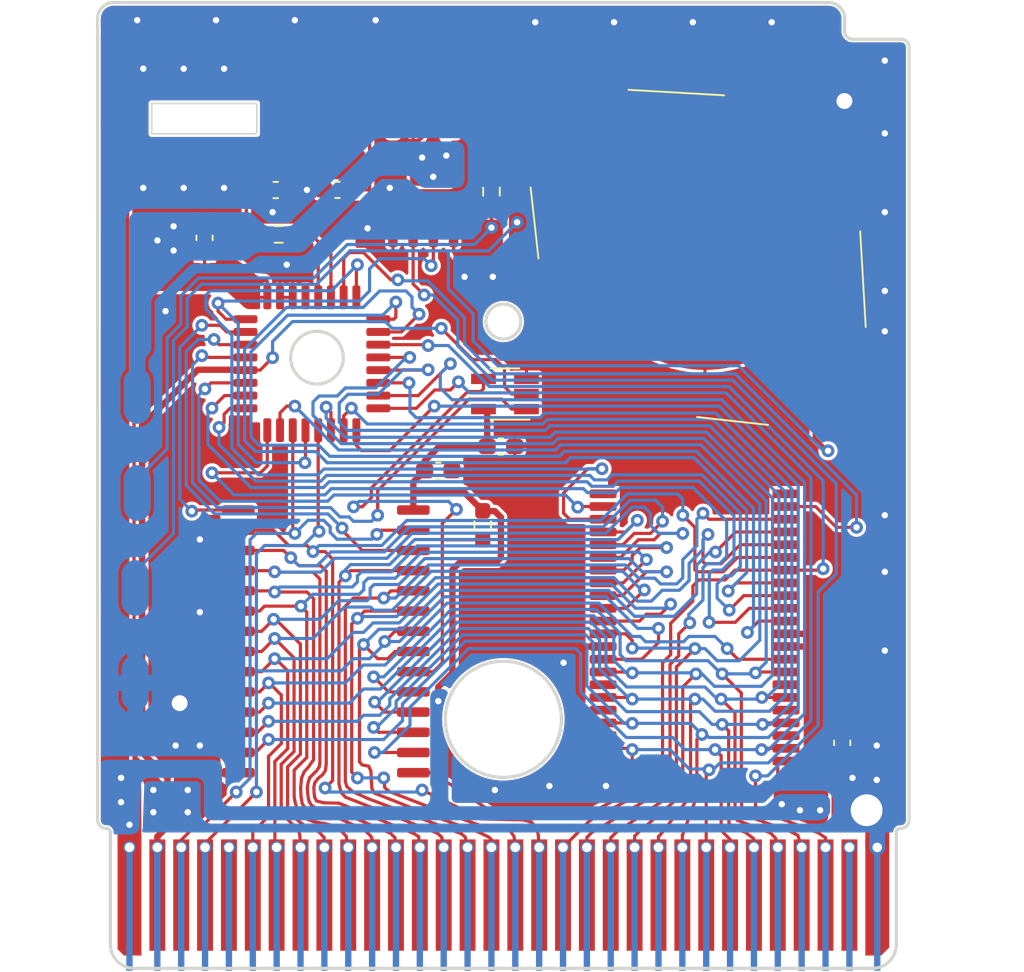
<source format=kicad_pcb>
(kicad_pcb (version 20221018) (generator pcbnew)
  (layers (0 "F.Cu" signal) (31 "B.Cu" signal) (34 "B.Paste" user) (35 "F.Paste" user) (36 "B.SilkS" user "B.Silkscreen") (37 "F.SilkS" user "F.Silkscreen") (38 "B.Mask" user) (39 "F.Mask" user) (44 "Edge.Cuts" user))
  (net 0 "")
  (net 1 "GND")
  (net 2 "VCC")
  (net 3 "Clock")
  (net 4 "Write")
  (net 5 "Read")
  (net 6 "CS")
  (net 7 "A00")
  (net 8 "A01")
  (net 9 "A02")
  (net 10 "A03")
  (net 11 "A04")
  (net 12 "A05")
  (net 13 "A06")
  (net 14 "A07")
  (net 15 "A08")
  (net 16 "A09")
  (net 17 "A10")
  (net 18 "A11")
  (net 19 "A12")
  (net 20 "A13")
  (net 21 "A14")
  (net 22 "A15")
  (net 23 "D0")
  (net 24 "D1")
  (net 25 "D2")
  (net 26 "D3")
  (net 27 "D4")
  (net 28 "D5")
  (net 29 "D6")
  (net 30 "D7")
  (net 31 "Reset")
  (net 32 "Audio")
  (net 33 "BT+")
  (net 34 "VBATT")
  (net 35 "VOUT")
  (net 36 "XIN")
  (net 37 "XOUT")
  (net 38 "X_")
  (net 39 "CE")
  (net 40 "SYS_RST")
  (net 41 "AA13")
  (net 42 "AA14")
  (net 43 "RA14")
  (net 44 "RA15")
  (net 45 "RA16")
  (net 46 "RA17")
  (net 47 "RA18")
  (net 48 "RA19")
  (net 49 "RA20")
  (net 50 "RAMCS")
  (footprint "Resistor_SMD:R_0603_1608Metric_Pad0.98x0.95mm_HandSolder" (layer "F.Cu") (at 164.380168 68.437014 90)
    (fp_text reference "R1")
    (fp_text value "1kΩ")
  )
  (footprint "Nintendo:LQFP-32_MBC" (layer "F.Cu") (at 153.084947 79.252395 90)
    (fp_text reference "U2")
    (fp_text value "MBC3A")
  )
  (footprint "Capacitor_SMD:C_0603_1608Metric_Pad1.08x0.95mm_HandSolder" (layer "F.Cu") (at 150.818557 68.333602)
    (fp_text reference "C2")
    (fp_text value "15pF")
  )
  (footprint "Resistor_SMD:R_0603_1608Metric_Pad0.98x0.95mm_HandSolder" (layer "F.Cu") (at 151.003 71.12)
    (fp_text reference "R2")
    (fp_text value "330kΩ")
  )
  (footprint "Nintendo:GroundPad_Square_TH_3.8mm" (layer "F.Cu") (at 144.78 100.584)
    (fp_text reference "GND**" hide)
    (fp_text value "GroundPad_Square_TH_3.8mm")
  )
  (footprint "Nintendo:Crystal_D2mm_L6mm_Horizontal" (layer "F.Cu") (at 149.629587 63.844956)
    (fp_text reference "X1")
    (fp_text value "Crystal_D2mm_L6mm_Horizontal")
    (fp_rect (start -6.604 -0.9525) (end 0 0.9525) (stroke (width 0.1)) (fill none) (layer "Edge.Cuts"))
  )
  (footprint "Capacitor_SMD:C_0603_1608Metric_Pad1.08x0.95mm_HandSolder" (layer "F.Cu") (at 164.973 84.455)
    (fp_text reference "C6")
    (fp_text value "0.1pF")
  )
  (footprint "Connector_GameBoy:GameBoy_GamePak_CGB-002_P1.50mm_Edge" (layer "F.Cu") (at 165.127 117.25)
    (fp_text reference "U0" hide)
    (fp_text value "CartBus" hide)
  )
  (footprint "Nintendo:SO-8_SYSRST" (layer "F.Cu") (at 160.090962 67.221296 90)
    (fp_text reference "U4")
    (fp_text value "MM1134")
  )
  (footprint "Capacitor_SMD:C_0603_1608Metric_Pad1.08x0.95mm_HandSolder" (layer "F.Cu") (at 161.036 85.979)
    (fp_text reference "C5")
    (fp_text value "0.1pF")
  )
  (footprint "Capacitor_SMD:C_0603_1608Metric_Pad1.08x0.95mm_HandSolder" (layer "F.Cu") (at 186.42389 103.079648 90)
    (fp_text reference "C3")
    (fp_text value "0.1pF")
  )
  (footprint "Package_TO_SOT_SMD:SOT-23-5_HandSoldering" (layer "F.Cu") (at 165.227 81.153 180)
    (fp_text reference "U5")
    (fp_text value "74LVC1G32")
  )
  (footprint "Capacitor_SMD:C_0603_1608Metric_Pad1.08x0.95mm_HandSolder" (layer "F.Cu") (at 146.34425 71.337906 90)
    (fp_text reference "C4")
    (fp_text value "0.1pF")
  )
  (footprint "Nintendo:SOIC-28_SRAM" (layer "F.Cu") (at 153.968775 96.701069)
    (fp_text reference "U3")
    (fp_text value "RAM")
  )
  (footprint "Capacitor_SMD:C_0603_1608Metric_Pad1.08x0.95mm_HandSolder" (layer "F.Cu") (at 154.699321 68.323335)
    (fp_text reference "C1")
    (fp_text value "15pF")
  )
  (footprint "Resistor_SMD:R_0603_1608Metric_Pad0.98x0.95mm_HandSolder" (layer "F.Cu") (at 163.83 89.408 90)
    (fp_text reference "R3")
    (fp_text value "10kΩ")
  )
  (footprint "Nintendo:GroundPad_Square_TH_3.8mm" (layer "F.Cu") (at 186.563 62.738)
    (fp_text reference "GND1" hide)
    (fp_text value "GroundPad_Square_TH_3.8mm")
  )
  (footprint "Nintendo:TSOP-II-44_MROM" (layer "F.Cu") (at 177.143596 95.826146)
    (fp_text reference "U1")
    (fp_text value "PRG")
  )
  (footprint "Nintendo:BAT-HLD-002" (layer "F.Cu") (at 177.8 72.136 -45)
    (fp_text reference "BT1")
    (fp_text value "Batt CR2025")
  )
  (footprint "Nintendo:TestPoint_3.5x1.7mm" (layer "B.Cu") (at 141.986 99.314 90)
    (fp_text reference "TP4")
    (fp_text value "TestPoint_3.5x1.7mm")
  )
  (footprint "Nintendo:TestPoint_3.5x1.7mm" (layer "B.Cu") (at 142.113 87.376 90)
    (fp_text reference "TP2")
    (fp_text value "TestPoint_3.5x1.7mm")
  )
  (footprint "Nintendo:TestPoint_3.5x1.7mm" (layer "B.Cu") (at 141.986 93.345 90)
    (fp_text reference "TP3")
    (fp_text value "TestPoint_3.5x1.7mm")
  )
  (footprint "Nintendo:TestPoint_3.5x1.7mm" (layer "B.Cu") (at 142.113 81.28 90)
    (fp_text reference "TP1")
    (fp_text value "TestPoint_3.5x1.7mm")
  )
  (gr_circle (center 165.127 76.6) (end 166.227 76.6) (stroke (width 0.2)) (fill none) (layer "Edge.Cuts"))
  (gr_circle (center 165.127 101.6) (end 168.777 101.6) (stroke (width 0.2)) (fill none) (layer "Edge.Cuts"))
  (gr_line (start 190.127 58.85) (end 187.077 58.85) (stroke (width 0.2)) (layer "Edge.Cuts"))
  (gr_line (start 141.927439 117.249559) (end 188.327441 117.250435) (stroke (width 0.2)) (layer "Edge.Cuts"))
  (gr_circle (center 153.411123 78.867) (end 155.067 78.867) (stroke (width 0.2)) (fill none) (layer "Edge.Cuts"))
  (gr_arc (start 185.577 56.55) (mid 186.284107 56.842893) (end 186.577 57.55) (stroke (width 0.2)) (layer "Edge.Cuts"))
  (gr_line (start 190.127 108.45) (end 190.077 108.45) (stroke (width 0.2)) (layer "Edge.Cuts"))
  (gr_arc (start 139.626 57.55) (mid 139.918893 56.842893) (end 140.626 56.55) (stroke (width 0.2)) (layer "Edge.Cuts"))
  (gr_line (start 140.177 108.45) (end 140.127 108.45) (stroke (width 0.2)) (layer "Edge.Cuts"))
  (gr_arc (start 140.127 108.45) (mid 139.773447 108.303553) (end 139.627 107.95) (stroke (width 0.2)) (layer "Edge.Cuts"))
  (gr_line (start 190.627 107.95) (end 190.627 59.35) (stroke (width 0.2)) (layer "Edge.Cuts"))
  (gr_arc (start 187.077 58.85) (mid 186.723447 58.703553) (end 186.577 58.35) (stroke (width 0.2)) (layer "Edge.Cuts"))
  (gr_arc (start 190.127 58.85) (mid 190.480553 58.996447) (end 190.627 59.35) (stroke (width 0.2)) (layer "Edge.Cuts"))
  (gr_arc (start 190.627 107.95) (mid 190.480553 108.303553) (end 190.127 108.45) (stroke (width 0.2)) (layer "Edge.Cuts"))
  (gr_arc (start 189.827002 115.749998) (mid 189.387972 116.810786) (end 188.327441 117.250435) (stroke (width 0.2)) (layer "Edge.Cuts"))
  (gr_line (start 139.626 57.55) (end 139.627 107.95) (stroke (width 0.2)) (layer "Edge.Cuts"))
  (gr_arc (start 141.927439 117.249559) (mid 140.866651 116.810529) (end 140.427002 115.749998) (stroke (width 0.2)) (layer "Edge.Cuts"))
  (gr_arc (start 140.177 108.45) (mid 140.353777 108.523223) (end 140.427 108.7) (stroke (width 0.2)) (layer "Edge.Cuts"))
  (gr_line (start 140.427002 115.749998) (end 140.427 108.7) (stroke (width 0.2)) (layer "Edge.Cuts"))
  (gr_line (start 186.577 57.55) (end 186.577 58.35) (stroke (width 0.2)) (layer "Edge.Cuts"))
  (gr_arc (start 189.827 108.7) (mid 189.900223 108.523223) (end 190.077 108.45) (stroke (width 0.2)) (layer "Edge.Cuts"))
  (gr_line (start 189.827002 115.749998) (end 189.827 108.7) (stroke (width 0.2)) (layer "Edge.Cuts"))
  (gr_line (start 185.577 56.55) (end 140.626 56.55) (stroke (width 0.2)) (layer "Edge.Cuts"))
  (segment (start 152.783665 68.323335) (end 152.781 68.326) (width 0.4) (layer "F.Cu") (net 1))
  (segment (start 153.836821 68.323335) (end 152.783665 68.323335) (width 0.4) (layer "F.Cu") (net 1))
  (segment (start 152.773398 68.333602) (end 152.781 68.326) (width 0.4) (layer "F.Cu") (net 1))
  (segment (start 146.34425 69.42875) (end 147.574 68.199) (width 0.4) (layer "F.Cu") (net 1))
  (segment (start 186.42389 102.217148) (end 186.42389 101.05111) (width 0.6) (layer "F.Cu") (net 1))
  (segment (start 188.627 109.65) (end 188.627 108.712) (width 1.5) (layer "F.Cu") (net 1))
  (segment (start 171.393596 97.026146) (end 169.927854 97.026146) (width 0.4) (layer "F.Cu") (net 1))
  (segment (start 161.8985 85.979) (end 162.941 85.979) (width 0.4) (layer "F.Cu") (net 1))
  (segment (start 148.468775 104.956069) (end 146.231069 104.956069) (width 0.4) (layer "F.Cu") (net 1))
  (segment (start 151.681057 68.333602) (end 152.773398 68.333602) (width 0.4) (layer "F.Cu") (net 1))
  (segment (start 182.893596 97.026146) (end 184.726146 97.026146) (width 0.4) (layer "F.Cu") (net 1))
  (segment (start 146.34425 70.475406) (end 146.34425 69.42875) (width 0.4) (layer "F.Cu") (net 1))
  (segment (start 182.893596 96.226146) (end 184.725 96.226146) (width 0.4) (layer "F.Cu") (net 1))
  (via (at 167.132 57.785) (size 0.8) (drill 0.4) (layers "F.Cu" "B.Cu") (net 1))
  (via (at 189.103 77.216) (size 0.8) (drill 0.4) (layers "F.Cu" "B.Cu") (net 1))
  (via (at 143.129 107.442) (size 0.8) (drill 0.4) (layers "F.Cu" "B.Cu") (net 1))
  (via (at 157.988 68.199) (size 0.8) (drill 0.4) (layers "F.Cu" "B.Cu") (net 1))
  (via (at 157.099 57.658) (size 0.8) (drill 0.4) (layers "F.Cu" "B.Cu") (net 1))
  (via (at 189.103 74.676) (size 0.8) (drill 0.4) (layers "F.Cu" "B.Cu") (net 1))
  (via (at 143.891 75.946) (size 0.8) (drill 0.4) (layers "F.Cu" "B.Cu") (net 1))
  (via (at 146.05 90.297) (size 0.8) (drill 0.4) (layers "F.Cu" "B.Cu") (net 1))
  (via (at 177.038 57.785) (size 0.8) (drill 0.4) (layers "F.Cu" "B.Cu") (net 1))
  (via (at 188.595 103.251) (size 0.8) (drill 0.4) (layers "F.Cu" "B.Cu") (net 1))
  (via (at 189.103 88.773) (size 0.8) (drill 0.4) (layers "F.Cu" "B.Cu") (net 1))
  (via (at 145.034 68.199) (size 0.8) (drill 0.4) (layers "F.Cu" "B.Cu") (net 1))
  (via (at 142.113 57.658) (size 0.8) (drill 0.4) (layers "F.Cu" "B.Cu") (net 1))
  (via (at 147.574 60.706) (size 0.8) (drill 0.4) (layers "F.Cu" "B.Cu") (net 1))
  (via (at 189.103 60.198) (size 0.8) (drill 0.4) (layers "F.Cu" "B.Cu") (net 1))
  (via (at 164.465 73.787) (size 0.8) (drill 0.4) (layers "F.Cu" "B.Cu") (net 1))
  (via (at 145.034 60.706) (size 0.8) (drill 0.4) (layers "F.Cu" "B.Cu") (net 1))
  (via (at 147.066 57.658) (size 0.8) (drill 0.4) (layers "F.Cu" "B.Cu") (net 1))
  (via (at 168.021 105.791) (size 0.8) (drill 0.4) (layers "F.Cu" "B.Cu") (net 1))
  (via (at 189.103 97.282) (size 0.8) (drill 0.4) (layers "F.Cu" "B.Cu") (net 1))
  (via (at 151.511 73.025) (size 0.8) (drill 0.4) (layers "F.Cu" "B.Cu") (net 1))
  (via (at 143.129 106.045) (size 0.8) (drill 0.4) (layers "F.Cu" "B.Cu") (net 1))
  (via (at 188.595 105.41) (size 0.8) (drill 0.4) (layers "F.Cu" "B.Cu") (net 1))
  (via (at 145.288 106.045) (size 0.8) (drill 0.4) (layers "F.Cu" "B.Cu") (net 1))
  (via (at 168.91 98.044) (size 0.8) (drill 0.4) (layers "F.Cu" "B.Cu") (net 1))
  (via (at 164.592 106.045) (size 0.8) (drill 0.4) (layers "F.Cu" "B.Cu") (net 1))
  (via (at 189.103 69.723) (size 0.8) (drill 0.4) (layers "F.Cu" "B.Cu") (net 1))
  (via (at 189.103 92.329) (size 0.8) (drill 0.4) (layers "F.Cu" "B.Cu") (net 1))
  (via (at 150.622 69.723) (size 0.8) (drill 0.4) (layers "F.Cu" "B.Cu") (net 1))
  (via (at 142.494 68.199) (size 0.8) (drill 0.4) (layers "F.Cu" "B.Cu") (net 1))
  (via (at 144.526 103.251) (size 0.8) (drill 0.4) (layers "F.Cu" "B.Cu") (net 1))
  (via (at 162.687 73.787) (size 0.8) (drill 0.4) (layers "F.Cu" "B.Cu") (net 1))
  (via (at 171.577 105.791) (size 0.8) (drill 0.4) (layers "F.Cu" "B.Cu") (net 1))
  (via (at 146.05 94.869) (size 0.8) (drill 0.4) (layers "F.Cu" "B.Cu") (net 1))
  (via (at 187.96 107.315) (size 2.4) (drill 2) (layers "F.Cu" "B.Cu") (net 1))
  (via (at 145.288 107.442) (size 0.8) (drill 0.4) (layers "F.Cu" "B.Cu") (net 1))
  (via (at 152.781 68.326) (size 0.8) (drill 0.4) (layers "F.Cu" "B.Cu") (net 1))
  (via (at 152.019 57.658) (size 0.8) (drill 0.4) (layers "F.Cu" "B.Cu") (net 1))
  (via (at 142.494 60.706) (size 0.8) (drill 0.4) (layers "F.Cu" "B.Cu") (net 1))
  (via (at 189.103 64.77) (size 0.8) (drill 0.4) (layers "F.Cu" "B.Cu") (net 1))
  (via (at 181.991 57.785) (size 0.8) (drill 0.4) (layers "F.Cu" "B.Cu") (net 1))
  (via (at 187.071 105.283) (size 0.8) (drill 0.4) (layers "F.Cu" "B.Cu") (net 1))
  (via (at 156.591 70.739) (size 0.8) (drill 0.4) (layers "F.Cu" "B.Cu") (net 1))
  (via (at 146.05 103.251) (size 0.8) (drill 0.4) (layers "F.Cu" "B.Cu") (net 1))
  (via (at 147.574 68.199) (size 0.8) (drill 0.4) (layers "F.Cu" "B.Cu") (net 1))
  (via (at 172.085 57.785) (size 0.8) (drill 0.4) (layers "F.Cu" "B.Cu") (net 1))
  (segment (start 188.627 109.65) (end 188.627 108.712) (width 1) (layer "B.Cu") (net 1))
  (segment (start 164.973 91.44) (end 164.973 88.9) (width 0.4) (layer "F.Cu") (net 2))
  (segment (start 164.719 91.694) (end 164.973 91.44) (width 0.4) (layer "F.Cu") (net 2))
  (segment (start 159.55255 87.249) (end 159.468775 87.165225) (width 0.4) (layer "F.Cu") (net 2))
  (segment (start 185.801 105.156) (end 186.42389 104.53311) (width 0.2) (layer "F.Cu") (net 2))
  (segment (start 159.468775 88.446069) (end 159.468775 87.165225) (width 0.4) (layer "F.Cu") (net 2))
  (segment (start 141.627 109.65) (end 141.627 108.226) (width 1.5) (layer "F.Cu") (net 2))
  (segment (start 163.83 88.4955) (end 162.5835 87.249) (width 0.4) (layer "F.Cu") (net 2))
  (segment (start 164.1105 84.455) (end 164.1105 82.1465) (width 0.4) (layer "F.Cu") (net 2))
  (segment (start 164.592 88.519) (end 163.8535 88.519) (width 0.4) (layer "F.Cu") (net 2))
  (segment (start 164.973 88.9) (end 164.592 88.519) (width 0.4) (layer "F.Cu") (net 2))
  (segment (start 182.626 106.934) (end 182.372 106.68) (width 0.2) (layer "F.Cu") (net 2))
  (segment (start 185.293 107.061) (end 185.039 107.315) (width 0.2) (layer "F.Cu") (net 2))
  (segment (start 186.42389 104.53311) (end 186.42389 103.942148) (width 0.2) (layer "F.Cu") (net 2))
  (segment (start 162.5835 87.249) (end 159.55255 87.249) (width 0.4) (layer "F.Cu") (net 2))
  (segment (start 182.893596 104.226146) (end 184.363146 104.226146) (width 0.2) (layer "F.Cu") (net 2))
  (segment (start 159.468775 86.683725) (end 160.1735 85.979) (width 0.4) (layer "F.Cu") (net 2))
  (segment (start 161.095 84.455) (end 164.1105 84.455) (width 0.4) (layer "F.Cu") (net 2))
  (segment (start 159.468775 87.165225) (end 159.468775 86.683725) (width 0.4) (layer "F.Cu") (net 2))
  (segment (start 161.925 98.679) (end 161.925 92.202) (width 0.4) (layer "F.Cu") (net 2))
  (segment (start 185.293 105.156) (end 185.801 105.156) (width 0.2) (layer "F.Cu") (net 2))
  (segment (start 160.1735 85.3765) (end 161.095 84.455) (width 0.4) (layer "F.Cu") (net 2))
  (segment (start 185.293 105.156) (end 185.293 107.061) (width 0.2) (layer "F.Cu") (net 2))
  (segment (start 182.372 106.68) (end 182.372 104.521) (width 0.2) (layer "F.Cu") (net 2))
  (segment (start 161.036 99.568) (end 161.925 98.679) (width 0.4) (layer "F.Cu") (net 2))
  (segment (start 160.1735 85.979) (end 160.1735 85.3765) (width 0.4) (layer "F.Cu") (net 2))
  (segment (start 184.363146 104.226146) (end 185.293 105.156) (width 0.2) (layer "F.Cu") (net 2))
  (segment (start 162.433 91.694) (end 164.719 91.694) (width 0.4) (layer "F.Cu") (net 2))
  (segment (start 161.925 92.202) (end 162.433 91.694) (width 0.4) (layer "F.Cu") (net 2))
  (segment (start 161.036 100.457) (end 161.036 99.568) (width 0.4) (layer "F.Cu") (net 2))
  (via (at 161.036 100.457) (size 0.8) (drill 0.4) (layers "F.Cu" "B.Cu") (net 2))
  (via (at 141.097 105.283) (size 0.8) (drill 0.4) (layers "F.Cu" "B.Cu") (net 2))
  (via (at 141.627 108.226) (size 0.8) (drill 0.4) (layers "F.Cu" "B.Cu") (net 2))
  (via (at 182.626 106.934) (size 0.8) (drill 0.4) (layers "F.Cu" "B.Cu") (net 2))
  (via (at 183.769 107.315) (size 0.8) (drill 0.4) (layers "F.Cu" "B.Cu") (net 2))
  (via (at 141.097 106.807) (size 0.8) (drill 0.4) (layers "F.Cu" "B.Cu") (net 2))
  (via (at 185.039 107.315) (size 0.8) (drill 0.4) (layers "F.Cu" "B.Cu") (net 2))
  (segment (start 183.769 107.315) (end 185.039 107.315) (width 0.2) (layer "B.Cu") (net 2))
  (segment (start 146.939 107.315) (end 147.066 107.442) (width 0.4) (layer "B.Cu") (net 2))
  (segment (start 182.626 106.934) (end 183.388 106.934) (width 0.2) (layer "B.Cu") (net 2))
  (segment (start 141.097 105.283) (end 141.732 104.648) (width 0.4) (layer "B.Cu") (net 2))
  (segment (start 146.939 105.283) (end 146.939 107.315) (width 0.4) (layer "B.Cu") (net 2))
  (segment (start 147.066 107.442) (end 182.118 107.442) (width 0.4) (layer "B.Cu") (net 2))
  (segment (start 141.732 104.648) (end 146.304 104.648) (width 0.4) (layer "B.Cu") (net 2))
  (segment (start 182.118 107.442) (end 182.626 106.934) (width 0.4) (layer "B.Cu") (net 2))
  (segment (start 183.388 106.934) (end 183.769 107.315) (width 0.2) (layer "B.Cu") (net 2))
  (segment (start 146.304 104.648) (end 146.939 105.283) (width 0.4) (layer "B.Cu") (net 2))
  (segment (start 142.416144 83.135856) (end 145.923 79.629) (width 0.4) (layer "F.Cu") (net 3))
  (segment (start 161.2265 77.0255) (end 163.195 78.994) (width 0.2) (layer "F.Cu") (net 3))
  (segment (start 149.836283 79.652717) (end 150.622 78.867) (width 0.2) (layer "F.Cu") (net 3))
  (segment (start 148.914215 79.652717) (end 149.836283 79.652717) (width 0.2) (layer "F.Cu") (net 3))
  (segment (start 143.377 108.972) (end 144.018 108.331) (width 0.4) (layer "F.Cu") (net 3))
  (segment (start 143.377 109.65) (end 143.377 108.972) (width 0.4) (layer "F.Cu") (net 3))
  (segment (start 145.923 79.629) (end 148.890498 79.629) (width 0.4) (layer "F.Cu") (net 3))
  (segment (start 164.644 78.994) (end 165.2 79.55) (width 0.2) (layer "F.Cu") (net 3))
  (segment (start 165.653 81.153) (end 166.577 81.153) (width 0.2) (layer "F.Cu") (net 3))
  (segment (start 165.2 79.55) (end 165.2 80.7) (width 0.2) (layer "F.Cu") (net 3))
  (segment (start 142.416144 103.681144) (end 142.416144 83.135856) (width 0.4) (layer "F.Cu") (net 3))
  (segment (start 163.195 78.994) (end 164.644 78.994) (width 0.2) (layer "F.Cu") (net 3))
  (segment (start 144.018 105.283) (end 142.416144 103.681144) (width 0.4) (layer "F.Cu") (net 3))
  (segment (start 144.018 108.331) (end 144.018 105.283) (width 0.4) (layer "F.Cu") (net 3))
  (segment (start 165.2 80.7) (end 165.653 81.153) (width 0.2) (layer "F.Cu") (net 3))
  (via (at 150.622 78.867) (size 0.8) (drill 0.4) (layers "F.Cu" "B.Cu") (net 3))
  (via (at 161.2265 77.0255) (size 0.8) (drill 0.4) (layers "F.Cu" "B.Cu") (net 3))
  (segment (start 150.622 78.867) (end 150.622 77.851) (width 0.2) (layer "B.Cu") (net 3))
  (segment (start 150.622 77.851) (end 151.87348 76.59952) (width 0.2) (layer "B.Cu") (net 3))
  (segment (start 157.709986 76.59952) (end 158.135966 77.0255) (width 0.2) (layer "B.Cu") (net 3))
  (segment (start 151.87348 76.59952) (end 157.709986 76.59952) (width 0.2) (layer "B.Cu") (net 3))
  (segment (start 158.135966 77.0255) (end 161.2265 77.0255) (width 0.2) (layer "B.Cu") (net 3))
  (segment (start 151.889215 89.786215) (end 152.019 89.916) (width 0.2) (layer "F.Cu") (net 4))
  (segment (start 145.923 108.585) (end 148.336 106.172) (width 0.2) (layer "F.Cu") (net 4))
  (segment (start 145.4785 108.585) (end 145.923 108.585) (width 0.2) (layer "F.Cu") (net 4))
  (segment (start 144.877 109.65) (end 144.877 109.1865) (width 0.2) (layer "F.Cu") (net 4))
  (segment (start 157.438309 89.716069) (end 159.468775 89.716069) (width 0.2) (layer "F.Cu") (net 4))
  (segment (start 157.175878 89.9785) (end 157.438309 89.716069) (width 0.2) (layer "F.Cu") (net 4))
  (segment (start 144.877 109.1865) (end 145.4785 108.585) (width 0.2) (layer "F.Cu") (net 4))
  (segment (start 151.889215 83.427717) (end 151.889215 89.786215) (width 0.2) (layer "F.Cu") (net 4))
  (via (at 152.019 89.916) (size 0.8) (drill 0.4) (layers "F.Cu" "B.Cu") (net 4))
  (via (at 157.175878 89.9785) (size 0.8) (drill 0.4) (layers "F.Cu" "B.Cu") (net 4))
  (via (at 148.336 106.172) (size 0.8) (drill 0.4) (layers "F.Cu" "B.Cu") (net 4))
  (segment (start 149.606 89.916) (end 152.019 89.916) (width 0.2) (layer "B.Cu") (net 4))
  (segment (start 149.20648 105.30152) (end 149.20648 90.31552) (width 0.2) (layer "B.Cu") (net 4))
  (segment (start 154.66748 90.27848) (end 154.242511 89.853511) (width 0.2) (layer "B.Cu") (net 4))
  (segment (start 156.875898 90.27848) (end 154.66748 90.27848) (width 0.2) (layer "B.Cu") (net 4))
  (segment (start 153.832748 89.089489) (end 152.845511 89.089489) (width 0.2) (layer "B.Cu") (net 4))
  (segment (start 154.242511 89.499252) (end 153.832748 89.089489) (width 0.2) (layer "B.Cu") (net 4))
  (segment (start 149.20648 90.31552) (end 149.606 89.916) (width 0.2) (layer "B.Cu") (net 4))
  (segment (start 157.175878 89.9785) (end 156.875898 90.27848) (width 0.2) (layer "B.Cu") (net 4))
  (segment (start 148.336 106.172) (end 149.20648 105.30152) (width 0.2) (layer "B.Cu") (net 4))
  (segment (start 154.242511 89.853511) (end 154.242511 89.499252) (width 0.2) (layer "B.Cu") (net 4))
  (segment (start 152.845511 89.089489) (end 152.019 89.916) (width 0.2) (layer "B.Cu") (net 4))
  (segment (start 174.879 96.774) (end 174.879 95.885) (width 0.2) (layer "F.Cu") (net 5))
  (segment (start 159.468775 96.066069) (end 158.314931 96.066069) (width 0.2) (layer "F.Cu") (net 5))
  (segment (start 171.393596 97.826146) (end 173.826854 97.826146) (width 0.2) (layer "F.Cu") (net 5))
  (segment (start 173.826854 97.826146) (end 174.879 96.774) (width 0.2) (layer "F.Cu") (net 5))
  (segment (start 158.314931 96.066069) (end 157.6705 96.7105) (width 0.2) (layer "F.Cu") (net 5))
  (segment (start 146.377 109.401) (end 149.606 106.172) (width 0.2) (layer "F.Cu") (net 5))
  (segment (start 153.489215 89.735215) (end 153.543 89.789) (width 0.2) (layer "F.Cu") (net 5))
  (segment (start 153.489215 83.427717) (end 153.489215 89.735215) (width 0.2) (layer "F.Cu") (net 5))
  (via (at 153.543 89.789) (size 0.8) (drill 0.4) (layers "F.Cu" "B.Cu") (net 5))
  (via (at 174.879 95.885) (size 0.8) (drill 0.4) (layers "F.Cu" "B.Cu") (net 5))
  (via (at 149.606 106.172) (size 0.8) (drill 0.4) (layers "F.Cu" "B.Cu") (net 5))
  (via (at 157.6705 96.7105) (size 0.8) (drill 0.4) (layers "F.Cu" "B.Cu") (net 5))
  (segment (start 171.576118 93.896136) (end 173.564982 95.885) (width 0.2) (layer "B.Cu") (net 5))
  (segment (start 157.6705 96.7105) (end 157.6705 96.8375) (width 0.2) (layer "B.Cu") (net 5))
  (segment (start 149.606 98.552) (end 149.606 91.186) (width 0.2) (layer "B.Cu") (net 5))
  (segment (start 155.702 97.79) (end 154.94 98.552) (width 0.2) (layer "B.Cu") (net 5))
  (segment (start 157.6705 96.8375) (end 156.718 97.79) (width 0.2) (layer "B.Cu") (net 5))
  (segment (start 149.606 91.186) (end 150.114 90.678) (width 0.2) (layer "B.Cu") (net 5))
  (segment (start 152.553741 90.678) (end 153.442741 89.789) (width 0.2) (layer "B.Cu") (net 5))
  (segment (start 158.601466 96.7105) (end 161.41583 93.896136) (width 0.2) (layer "B.Cu") (net 5))
  (segment (start 157.6705 96.7105) (end 158.601466 96.7105) (width 0.2) (layer "B.Cu") (net 5))
  (segment (start 173.564982 95.885) (end 174.879 95.885) (width 0.2) (layer "B.Cu") (net 5))
  (segment (start 161.41583 93.896136) (end 171.576118 93.896136) (width 0.2) (layer "B.Cu") (net 5))
  (segment (start 153.442741 89.789) (end 153.543 89.789) (width 0.2) (layer "B.Cu") (net 5))
  (segment (start 156.718 97.79) (end 155.702 97.79) (width 0.2) (layer "B.Cu") (net 5))
  (segment (start 149.606 106.172) (end 149.606 98.552) (width 0.2) (layer "B.Cu") (net 5))
  (segment (start 154.94 98.552) (end 149.606 98.552) (width 0.2) (layer "B.Cu") (net 5))
  (segment (start 150.114 90.678) (end 152.553741 90.678) (width 0.2) (layer "B.Cu") (net 5))
  (segment (start 149.377 109.65) (end 149.377 108.687) (width 0.2) (layer "F.Cu") (net 7))
  (segment (start 149.377 108.687) (end 150.365365 107.698635) (width 0.2) (layer "F.Cu") (net 7))
  (segment (start 149.805931 99.876069) (end 150.368 99.314) (width 0.2) (layer "F.Cu") (net 7))
  (segment (start 179.868146 97.826146) (end 179.197 97.155) (width 0.2) (layer "F.Cu") (net 7))
  (segment (start 148.468775 99.876069) (end 149.805931 99.876069) (width 0.2) (layer "F.Cu") (net 7))
  (segment (start 151.171618 103.124) (end 151.171618 100.076) (width 0.2) (layer "F.Cu") (net 7))
  (segment (start 150.409618 99.314) (end 150.368 99.314) (width 0.2) (layer "F.Cu") (net 7))
  (segment (start 150.365364 103.930254) (end 151.171618 103.124) (width 0.2) (layer "F.Cu") (net 7))
  (segment (start 182.893596 97.826146) (end 179.868146 97.826146) (width 0.2) (layer "F.Cu") (net 7))
  (segment (start 150.365365 107.698635) (end 150.365364 103.930254) (width 0.2) (layer "F.Cu") (net 7))
  (segment (start 151.171618 100.076) (end 150.409618 99.314) (width 0.2) (layer "F.Cu") (net 7))
  (via (at 150.368 99.314) (size 0.8) (drill 0.4) (layers "F.Cu" "B.Cu") (net 7))
  (via (at 179.197 97.155) (size 0.8) (drill 0.4) (layers "F.Cu" "B.Cu") (net 7))
  (segment (start 171.130656 94.295656) (end 161.586676 94.295656) (width 0.2) (layer "B.Cu") (net 7))
  (segment (start 176.449874 96.727126) (end 174.070126 96.727126) (width 0.2) (layer "B.Cu") (net 7))
  (segment (start 178.435 96.393) (end 176.784 96.393) (width 0.2) (layer "B.Cu") (net 7))
  (segment (start 156.318481 98.189519) (end 155.194 99.314) (width 0.2) (layer "B.Cu") (net 7))
  (segment (start 174.070126 96.727126) (end 173.736 96.393) (width 0.2) (layer "B.Cu") (net 7))
  (segment (start 173.736 96.393) (end 173.228 96.393) (width 0.2) (layer "B.Cu") (net 7))
  (segment (start 176.784 96.393) (end 176.449874 96.727126) (width 0.2) (layer "B.Cu") (net 7))
  (segment (start 173.228 96.393) (end 171.130656 94.295656) (width 0.2) (layer "B.Cu") (net 7))
  (segment (start 155.194 99.314) (end 150.368 99.314) (width 0.2) (layer "B.Cu") (net 7))
  (segment (start 161.586676 94.295656) (end 157.692813 98.189519) (width 0.2) (layer "B.Cu") (net 7))
  (segment (start 179.197 97.155) (end 178.435 96.393) (width 0.2) (layer "B.Cu") (net 7))
  (segment (start 157.692813 98.189519) (end 156.318481 98.189519) (width 0.2) (layer "B.Cu") (net 7))
  (segment (start 151.571138 103.444862) (end 151.571138 98.552) (width 0.2) (layer "F.Cu") (net 8))
  (segment (start 150.764884 104.251116) (end 151.571138 103.444862) (width 0.2) (layer "F.Cu") (net 8))
  (segment (start 151.571138 98.552) (end 150.809138 97.79) (width 0.2) (layer "F.Cu") (net 8))
  (segment (start 149.932931 98.606069) (end 150.749 97.79) (width 0.2) (layer "F.Cu") (net 8))
  (segment (start 148.468775 98.606069) (end 149.932931 98.606069) (width 0.2) (layer "F.Cu") (net 8))
  (segment (start 150.809138 97.79) (end 150.749 97.79) (width 0.2) (layer "F.Cu") (net 8))
  (segment (start 150.764885 109.537885) (end 150.764884 104.251116) (width 0.2) (layer "F.Cu") (net 8))
  (segment (start 175.006 94.996) (end 175.641 94.361) (width 0.2) (layer "F.Cu") (net 8))
  (segment (start 173.686854 95.426146) (end 174.117 94.996) (width 0.2) (layer "F.Cu") (net 8))
  (segment (start 171.393596 95.426146) (end 173.686854 95.426146) (width 0.2) (layer "F.Cu") (net 8))
  (segment (start 174.117 94.996) (end 175.006 94.996) (width 0.2) (layer "F.Cu") (net 8))
  (via (at 150.749 97.79) (size 0.8) (drill 0.4) (layers "F.Cu" "B.Cu") (net 8))
  (via (at 175.641 94.361) (size 0.8) (drill 0.4) (layers "F.Cu" "B.Cu") (net 8))
  (segment (start 156.337 96.139) (end 156.93496 95.54104) (width 0.2) (layer "B.Cu") (net 8))
  (segment (start 156.93496 95.54104) (end 158.580289 95.54104) (width 0.2) (layer "B.Cu") (net 8))
  (segment (start 158.580289 95.54104) (end 161.024233 93.097096) (width 0.2) (layer "B.Cu") (net 8))
  (segment (start 173.424994 94.615) (end 175.387 94.615) (width 0.2) (layer "B.Cu") (net 8))
  (segment (start 175.387 94.615) (end 175.641 94.361) (width 0.2) (layer "B.Cu") (net 8))
  (segment (start 150.749 97.79) (end 154.051 97.79) (width 0.2) (layer "B.Cu") (net 8))
  (segment (start 171.90709 93.097096) (end 173.424994 94.615) (width 0.2) (layer "B.Cu") (net 8))
  (segment (start 155.702 96.139) (end 156.337 96.139) (width 0.2) (layer "B.Cu") (net 8))
  (segment (start 161.024233 93.097096) (end 171.90709 93.097096) (width 0.2) (layer "B.Cu") (net 8))
  (segment (start 154.051 97.79) (end 155.702 96.139) (width 0.2) (layer "B.Cu") (net 8))
  (segment (start 151.164404 107.253435) (end 151.164404 104.42959) (width 0.2) (layer "F.Cu") (net 9))
  (segment (start 152.332958 108.88658) (end 152.377 109.65) (width 0.2) (layer "F.Cu") (net 9))
  (segment (start 151.858479 108.193428) (end 152.106033 108.445108) (width 0.2) (layer "F.Cu") (net 9))
  (segment (start 172.835854 94.626146) (end 173.99 93.472) (width 0.2) (layer "F.Cu") (net 9))
  (segment (start 151.164404 104.42959) (end 151.970658 103.623336) (width 0.2) (layer "F.Cu") (net 9))
  (segment (start 151.970658 97.741658) (end 150.749 96.52) (width 0.2) (layer "F.Cu") (net 9))
  (segment (start 171.393596 94.626146) (end 172.835854 94.626146) (width 0.2) (layer "F.Cu") (net 9))
  (segment (start 151.164404 107.253435) (end 151.280852 107.562164) (width 0.2) (layer "F.Cu") (net 9))
  (segment (start 148.468775 97.336069) (end 149.932931 97.336069) (width 0.2) (layer "F.Cu") (net 9))
  (segment (start 151.280852 107.562164) (end 151.52428 107.846852) (width 0.2) (layer "F.Cu") (net 9))
  (segment (start 152.106033 108.445108) (end 152.279321 108.68441) (width 0.2) (layer "F.Cu") (net 9))
  (segment (start 149.932931 97.336069) (end 150.749 96.52) (width 0.2) (layer "F.Cu") (net 9))
  (segment (start 151.970658 103.623336) (end 151.970658 97.741658) (width 0.2) (layer "F.Cu") (net 9))
  (segment (start 152.279321 108.68441) (end 152.332958 108.88658) (width 0.2) (layer "F.Cu") (net 9))
  (segment (start 151.52428 107.846852) (end 151.858479 108.193428) (width 0.2) (layer "F.Cu") (net 9))
  (via (at 173.99 93.472) (size 0.8) (drill 0.4) (layers "F.Cu" "B.Cu") (net 9))
  (via (at 150.749 96.52) (size 0.8) (drill 0.4) (layers "F.Cu" "B.Cu") (net 9))
  (segment (start 153.162 96.52) (end 155.13844 94.54356) (width 0.2) (layer "B.Cu") (net 9))
  (segment (start 160.589858 92.298056) (end 172.63205 92.298056) (width 0.2) (layer "B.Cu") (net 9))
  (segment (start 156.972 94.742) (end 158.145914 94.742) (width 0.2) (layer "B.Cu") (net 9))
  (segment (start 158.145914 94.742) (end 160.589858 92.298056) (width 0.2) (layer "B.Cu") (net 9))
  (segment (start 172.63205 92.298056) (end 173.805994 93.472) (width 0.2) (layer "B.Cu") (net 9))
  (segment (start 155.13844 94.54356) (end 156.77356 94.54356) (width 0.2) (layer "B.Cu") (net 9))
  (segment (start 156.77356 94.54356) (end 156.972 94.742) (width 0.2) (layer "B.Cu") (net 9))
  (segment (start 173.805994 93.472) (end 173.99 93.472) (width 0.2) (layer "B.Cu") (net 9))
  (segment (start 150.749 96.52) (end 153.162 96.52) (width 0.2) (layer "B.Cu") (net 9))
  (segment (start 153.877 109.65) (end 153.860396 109.039711) (width 0.2) (layer "F.Cu") (net 10))
  (segment (start 148.468775 96.066069) (end 149.932931 96.066069) (width 0.2) (layer "F.Cu") (net 10))
  (segment (start 149.932931 96.066069) (end 150.6855 95.3135) (width 0.2) (layer "F.Cu") (net 10))
  (segment (start 151.82495 107.540632) (end 151.563923 107.087948) (width 0.2) (layer "F.Cu") (net 10))
  (segment (start 152.370178 103.788822) (end 152.370178 96.871178) (width 0.2) (layer "F.Cu") (net 10))
  (segment (start 152.370178 96.871178) (end 150.8125 95.3135) (width 0.2) (layer "F.Cu") (net 10))
  (segment (start 174.117 92.329) (end 175.387 92.329) (width 0.2) (layer "F.Cu") (net 10))
  (segment (start 171.393596 93.826146) (end 172.619854 93.826146) (width 0.2) (layer "F.Cu") (net 10))
  (segment (start 153.860396 109.039711) (end 153.540638 108.682132) (width 0.2) (layer "F.Cu") (net 10))
  (segment (start 153.540638 108.682132) (end 153.134924 108.486152) (width 0.2) (layer "F.Cu") (net 10))
  (segment (start 152.763593 108.362375) (end 152.381947 108.101067) (width 0.2) (layer "F.Cu") (net 10))
  (segment (start 150.8125 95.3135) (end 150.6855 95.3135) (width 0.2) (layer "F.Cu") (net 10))
  (segment (start 152.381947 108.101067) (end 152.113763 107.867266) (width 0.2) (layer "F.Cu") (net 10))
  (segment (start 152.113763 107.867266) (end 151.82495 107.540632) (width 0.2) (layer "F.Cu") (net 10))
  (segment (start 172.619854 93.826146) (end 174.117 92.329) (width 0.2) (layer "F.Cu") (net 10))
  (segment (start 153.134924 108.486152) (end 152.763593 108.362375) (width 0.2) (layer "F.Cu") (net 10))
  (segment (start 151.563923 104.595077) (end 152.370178 103.788822) (width 0.2) (layer "F.Cu") (net 10))
  (segment (start 151.563923 107.087948) (end 151.563923 104.595077) (width 0.2) (layer "F.Cu") (net 10))
  (via (at 150.6855 95.3135) (size 0.8) (drill 0.4) (layers "F.Cu" "B.Cu") (net 10))
  (via (at 175.387 92.329) (size 0.8) (drill 0.4) (layers "F.Cu" "B.Cu") (net 10))
  (segment (start 158.55498 93.128039) (end 156.998461 93.128039) (width 0.2) (layer "B.Cu") (net 10))
  (segment (start 154.77596 94.14404) (end 153.6065 95.3135) (width 0.2) (layer "B.Cu") (net 10))
  (segment (start 175.387 92.329) (end 173.863 92.329) (width 0.2) (layer "B.Cu") (net 10))
  (segment (start 156.755038 93.371462) (end 156.755038 93.942962) (width 0.2) (layer "B.Cu") (net 10))
  (segment (start 173.033016 91.499016) (end 160.184003 91.499016) (width 0.2) (layer "B.Cu") (net 10))
  (segment (start 156.55396 94.14404) (end 154.77596 94.14404) (width 0.2) (layer "B.Cu") (net 10))
  (segment (start 173.863 92.329) (end 173.033016 91.499016) (width 0.2) (layer "B.Cu") (net 10))
  (segment (start 156.755038 93.942962) (end 156.55396 94.14404) (width 0.2) (layer "B.Cu") (net 10))
  (segment (start 160.184003 91.499016) (end 158.55498 93.128039) (width 0.2) (layer "B.Cu") (net 10))
  (segment (start 153.6065 95.3135) (end 150.6855 95.3135) (width 0.2) (layer "B.Cu") (net 10))
  (segment (start 156.998461 93.128039) (end 156.755038 93.371462) (width 0.2) (layer "B.Cu") (net 10))
  (segment (start 153.886265 108.15017) (end 154.249345 108.24094) (width 0.2) (layer "F.Cu") (net 11))
  (segment (start 152.091497 106.990791) (end 152.145959 107.144274) (width 0.2) (layer "F.Cu") (net 11))
  (segment (start 150.114 94.488) (end 152.4 94.488) (width 0.2) (layer "F.Cu") (net 11))
  (segment (start 153.481926 108.084155) (end 153.886265 108.15017) (width 0.2) (layer "F.Cu") (net 11))
  (segment (start 152.339051 107.416584) (end 152.42322 107.520557) (width 0.2) (layer "F.Cu") (net 11))
  (segment (start 149.805931 94.796069) (end 150.114 94.488) (width 0.2) (layer "F.Cu") (net 11))
  (segment (start 155.247813 108.950595) (end 155.377 109.65) (width 0.2) (layer "F.Cu") (net 11))
  (segment (start 151.977622 106.48578) (end 152.017231 106.728383) (width 0.2) (layer "F.Cu") (net 11))
  (segment (start 154.249345 108.24094) (end 154.587669 108.40185) (width 0.2) (layer "F.Cu") (net 11))
  (segment (start 152.017231 106.728383) (end 152.091497 106.990791) (width 0.2) (layer "F.Cu") (net 11))
  (segment (start 172.657854 93.026146) (end 174.117 91.567) (width 0.2) (layer "F.Cu") (net 11))
  (segment (start 154.587669 108.40185) (end 154.97963 108.661782) (width 0.2) (layer "F.Cu") (net 11))
  (segment (start 151.977622 104.793773) (end 152.769698 104.001697) (width 0.2) (layer "F.Cu") (net 11))
  (segment (start 148.468775 94.796069) (end 149.805931 94.796069) (width 0.2) (layer "F.Cu") (net 11))
  (segment (start 152.769698 94.857698) (end 152.4 94.488) (width 0.2) (layer "F.Cu") (net 11))
  (segment (start 152.834159 107.890238) (end 153.15598 108.026393) (width 0.2) (layer "F.Cu") (net 11))
  (segment (start 152.655921 107.728502) (end 152.834159 107.890238) (width 0.2) (layer "F.Cu") (net 11))
  (segment (start 152.42322 107.520557) (end 152.655921 107.728502) (width 0.2) (layer "F.Cu") (net 11))
  (segment (start 151.977622 106.48578) (end 151.977622 104.793773) (width 0.2) (layer "F.Cu") (net 11))
  (segment (start 171.393596 93.026146) (end 172.657854 93.026146) (width 0.2) (layer "F.Cu") (net 11))
  (segment (start 152.145959 107.144274) (end 152.339051 107.416584) (width 0.2) (layer "F.Cu") (net 11))
  (segment (start 153.15598 108.026393) (end 153.481926 108.084155) (width 0.2) (layer "F.Cu") (net 11))
  (segment (start 154.97963 108.661782) (end 155.247813 108.950595) (width 0.2) (layer "F.Cu") (net 11))
  (segment (start 152.769698 104.001697) (end 152.769698 94.857698) (width 0.2) (layer "F.Cu") (net 11))
  (via (at 152.4 94.488) (size 0.8) (drill 0.4) (layers "F.Cu" "B.Cu") (net 11))
  (via (at 174.117 91.567) (size 0.8) (drill 0.4) (layers "F.Cu" "B.Cu") (net 11))
  (segment (start 156.06448 93.74452) (end 156.355519 93.453481) (width 0.2) (layer "B.Cu") (net 11))
  (segment (start 153.14348 93.74452) (end 156.06448 93.74452) (width 0.2) (layer "B.Cu") (net 11))
  (segment (start 159.97038 91.099496) (end 173.649496 91.099496) (width 0.2) (layer "B.Cu") (net 11))
  (segment (start 173.649496 91.099496) (end 174.117 91.567) (width 0.2) (layer "B.Cu") (net 11))
  (segment (start 156.355519 93.453481) (end 156.355519 93.008981) (width 0.2) (layer "B.Cu") (net 11))
  (segment (start 158.341356 92.72852) (end 159.97038 91.099496) (width 0.2) (layer "B.Cu") (net 11))
  (segment (start 156.355519 93.008981) (end 156.63598 92.72852) (width 0.2) (layer "B.Cu") (net 11))
  (segment (start 152.4 94.488) (end 153.14348 93.74452) (width 0.2) (layer "B.Cu") (net 11))
  (segment (start 156.63598 92.72852) (end 158.341356 92.72852) (width 0.2) (layer "B.Cu") (net 11))
  (segment (start 152.885828 104.586699) (end 153.196401 104.14) (width 0.2) (layer "F.Cu") (net 12))
  (segment (start 152.442293 105.288103) (end 152.60733 104.89958) (width 0.2) (layer "F.Cu") (net 12))
  (segment (start 153.196401 104.14) (end 153.196401 94.014401) (width 0.2) (layer "F.Cu") (net 12))
  (segment (start 154.760773 107.818413) (end 156.393443 108.545628) (width 0.2) (layer "F.Cu") (net 12))
  (segment (start 173.736 90.805) (end 175.387 90.805) (width 0.2) (layer "F.Cu") (net 12))
  (segment (start 171.393596 92.226146) (end 172.695854 92.226146) (width 0.2) (layer "F.Cu") (net 12))
  (segment (start 152.48149 106.889642) (end 152.407911 106.439918) (width 0.2) (layer "F.Cu") (net 12))
  (segment (start 153.334861 107.625915) (end 153.748375 107.682951) (width 0.2) (layer "F.Cu") (net 12))
  (segment (start 156.393443 108.545628) (end 156.77131 108.916366) (width 0.2) (layer "F.Cu") (net 12))
  (segment (start 156.77131 108.916366) (end 156.863994 109.058957) (width 0.2) (layer "F.Cu") (net 12))
  (segment (start 153.196401 94.014401) (end 152.781 93.599) (width 0.2) (layer "F.Cu") (net 12))
  (segment (start 152.949864 107.454805) (end 153.334861 107.625915) (width 0.2) (layer "F.Cu") (net 12))
  (segment (start 156.863994 109.058957) (end 156.877 109.65) (width 0.2) (layer "F.Cu") (net 12))
  (segment (start 153.748375 107.682951) (end 154.368647 107.732858) (width 0.2) (layer "F.Cu") (net 12))
  (segment (start 154.368647 107.732858) (end 154.760773 107.818413) (width 0.2) (layer "F.Cu") (net 12))
  (segment (start 152.407911 106.439918) (end 152.383843 105.906988) (width 0.2) (layer "F.Cu") (net 12))
  (segment (start 172.695854 92.226146) (end 173.228 91.694) (width 0.2) (layer "F.Cu") (net 12))
  (segment (start 173.228 91.694) (end 173.228 91.313) (width 0.2) (layer "F.Cu") (net 12))
  (segment (start 152.664682 107.183882) (end 152.48149 106.889642) (width 0.2) (layer "F.Cu") (net 12))
  (segment (start 152.383843 105.906988) (end 152.442293 105.288103) (width 0.2) (layer "F.Cu") (net 12))
  (segment (start 152.664682 107.183882) (end 152.949864 107.454805) (width 0.2) (layer "F.Cu") (net 12))
  (segment (start 152.781 93.599) (end 150.749 93.599) (width 0.2) (layer "F.Cu") (net 12))
  (segment (start 148.468775 93.526069) (end 150.676069 93.526069) (width 0.2) (layer "F.Cu") (net 12))
  (segment (start 150.676069 93.526069) (end 150.749 93.599) (width 0.2) (layer "F.Cu") (net 12))
  (segment (start 173.228 91.313) (end 173.736 90.805) (width 0.2) (layer "F.Cu") (net 12))
  (segment (start 152.60733 104.89958) (end 152.885828 104.586699) (width 0.2) (layer "F.Cu") (net 12))
  (via (at 150.749 93.599) (size 0.8) (drill 0.4) (layers "F.Cu" "B.Cu") (net 12))
  (via (at 175.387 90.805) (size 0.8) (drill 0.4) (layers "F.Cu" "B.Cu") (net 12))
  (segment (start 158.089024 92.329) (end 156.21 92.329) (width 0.2) (layer "B.Cu") (net 12))
  (segment (start 155.637489 93.282511) (end 151.065489 93.282511) (width 0.2) (layer "B.Cu") (net 12))
  (segment (start 155.956 92.964) (end 155.637489 93.282511) (width 0.2) (layer "B.Cu") (net 12))
  (segment (start 155.956 92.583) (end 155.956 92.964) (width 0.2) (layer "B.Cu") (net 12))
  (segment (start 175.281976 90.699976) (end 159.718048 90.699976) (width 0.2) (layer "B.Cu") (net 12))
  (segment (start 151.065489 93.282511) (end 150.749 93.599) (width 0.2) (layer "B.Cu") (net 12))
  (segment (start 156.21 92.329) (end 155.956 92.583) (width 0.2) (layer "B.Cu") (net 12))
  (segment (start 175.387 90.805) (end 175.281976 90.699976) (width 0.2) (layer "B.Cu") (net 12))
  (segment (start 159.718048 90.699976) (end 158.089024 92.329) (width 0.2) (layer "B.Cu") (net 12))
  (segment (start 153.595921 104.267) (end 153.595921 92.781441) (width 0.2) (layer "F.Cu") (net 13))
  (segment (start 152.803311 105.899425) (end 152.82394 106.233623) (width 0.2) (layer "F.Cu") (net 13))
  (segment (start 175.006 89.916) (end 176.403 89.916) (width 0.2) (layer "F.Cu") (net 13))
  (segment (start 152.852821 105.589982) (end 152.803311 105.899425) (width 0.2) (layer "F.Cu") (net 13))
  (segment (start 152.931214 106.79062) (end 153.063937 107.005643) (width 0.2) (layer "F.Cu") (net 13))
  (segment (start 153.595921 104.267) (end 153.554225 104.587387) (width 0.2) (layer "F.Cu") (net 13))
  (segment (start 171.393596 91.426146) (end 172.498374 91.426146) (width 0.2) (layer "F.Cu") (net 13))
  (segment (start 172.498374 91.426146) (end 173.609 90.31552) (width 0.2) (layer "F.Cu") (net 13))
  (segment (start 153.18702 105.032985) (end 152.955969 105.268162) (width 0.2) (layer "F.Cu") (net 13))
  (segment (start 148.468775 92.256069) (end 150.676069 92.256069) (width 0.2) (layer "F.Cu") (net 13))
  (segment (start 158.026113 108.759515) (end 158.311296 109.037568) (width 0.2) (layer "F.Cu") (net 13))
  (segment (start 174.60648 90.31552) (end 175.006 89.916) (width 0.2) (layer "F.Cu") (net 13))
  (segment (start 153.397441 104.822564) (end 153.18702 105.032985) (width 0.2) (layer "F.Cu") (net 13))
  (segment (start 152.869325 106.576073) (end 152.931214 106.79062) (width 0.2) (layer "F.Cu") (net 13))
  (segment (start 154.582534 107.297955) (end 158.026113 108.759515) (width 0.2) (layer "F.Cu") (net 13))
  (segment (start 153.869578 107.290825) (end 154.582534 107.297955) (width 0.2) (layer "F.Cu") (net 13))
  (segment (start 152.955969 105.268162) (end 152.852821 105.589982) (width 0.2) (layer "F.Cu") (net 13))
  (segment (start 153.595921 92.781441) (end 153.162 92.34752) (width 0.2) (layer "F.Cu") (net 13))
  (segment (start 173.609 90.31552) (end 174.60648 90.31552) (width 0.2) (layer "F.Cu") (net 13))
  (segment (start 153.162 92.34752) (end 150.76752 92.34752) (width 0.2) (layer "F.Cu") (net 13))
  (segment (start 153.063937 107.005643) (end 153.391897 107.2124) (width 0.2) (layer "F.Cu") (net 13))
  (segment (start 150.676069 92.256069) (end 150.749 92.329) (width 0.2) (layer "F.Cu") (net 13))
  (segment (start 150.76752 92.34752) (end 150.749 92.329) (width 0.2) (layer "F.Cu") (net 13))
  (segment (start 153.554225 104.587387) (end 153.397441 104.822564) (width 0.2) (layer "F.Cu") (net 13))
  (segment (start 152.82394 106.233623) (end 152.869325 106.576073) (width 0.2) (layer "F.Cu") (net 13))
  (segment (start 158.311296 109.037568) (end 158.377 109.65) (width 0.2) (layer "F.Cu") (net 13))
  (segment (start 153.391897 107.2124) (end 153.869578 107.290825) (width 0.2) (layer "F.Cu") (net 13))
  (via (at 176.403 89.916) (size 0.8) (drill 0.4) (layers "F.Cu" "B.Cu") (net 13))
  (via (at 150.749 92.329) (size 0.8) (drill 0.4) (layers "F.Cu" "B.Cu") (net 13))
  (segment (start 159.387075 89.900937) (end 157.810972 91.47704) (width 0.2) (layer "B.Cu") (net 13))
  (segment (start 154.52196 91.47704) (end 153.651481 92.347519) (width 0.2) (layer "B.Cu") (net 13))
  (segment (start 173.215012 88.265) (end 171.579075 89.900937) (width 0.2) (layer "B.Cu") (net 13))
  (segment (start 176.403 89.916) (end 174.879 89.916) (width 0.2) (layer "B.Cu") (net 13))
  (segment (start 174.879 89.916) (end 174.371 89.408) (width 0.2) (layer "B.Cu") (net 13))
  (segment (start 174.371 89.408) (end 174.371 88.646) (width 0.2) (layer "B.Cu") (net 13))
  (segment (start 150.76752 92.34752) (end 150.749 92.329) (width 0.2) (layer "B.Cu") (net 13))
  (segment (start 171.579075 89.900937) (end 159.387075 89.900937) (width 0.2) (layer "B.Cu") (net 13))
  (segment (start 157.810972 91.47704) (end 154.52196 91.47704) (width 0.2) (layer "B.Cu") (net 13))
  (segment (start 153.651481 92.347519) (end 150.76752 92.34752) (width 0.2) (layer "B.Cu") (net 13))
  (segment (start 173.99 88.265) (end 173.215012 88.265) (width 0.2) (layer "B.Cu") (net 13))
  (segment (start 174.371 88.646) (end 173.99 88.265) (width 0.2) (layer "B.Cu") (net 13))
  (segment (start 159.801374 108.973402) (end 159.877 109.65) (width 0.2) (layer "F.Cu") (net 14))
  (segment (start 173.355 89.916) (end 174.371 89.916) (width 0.2) (layer "F.Cu") (net 14))
  (segment (start 153.995441 92.291961) (end 153.65148 91.948) (width 0.2) (layer "F.Cu") (net 14))
  (segment (start 151.311069 90.986069) (end 152.273 91.948) (width 0.2) (layer "F.Cu") (net 14))
  (segment (start 153.937934 104.818438) (end 153.995441 104.394) (width 0.2) (layer "F.Cu") (net 14))
  (segment (start 153.384768 106.734719) (end 153.848189 106.848792) (width 0.2) (layer "F.Cu") (net 14))
  (segment (start 153.475833 105.317672) (end 153.764646 105.082496) (width 0.2) (layer "F.Cu") (net 14))
  (segment (start 153.995441 104.394) (end 153.995441 92.291961) (width 0.2) (layer "F.Cu") (net 14))
  (segment (start 153.215901 105.870544) (end 153.27779 105.577604) (width 0.2) (layer "F.Cu") (net 14))
  (segment (start 172.644854 90.626146) (end 173.355 89.916) (width 0.2) (layer "F.Cu") (net 14))
  (segment (start 153.265412 106.501807) (end 153.228279 106.200616) (width 0.2) (layer "F.Cu") (net 14))
  (segment (start 159.473414 108.766645) (end 159.801374 108.973402) (width 0.2) (layer "F.Cu") (net 14))
  (segment (start 153.27779 105.577604) (end 153.475833 105.317672) (width 0.2) (layer "F.Cu") (net 14))
  (segment (start 154.789291 106.870181) (end 159.473414 108.766645) (width 0.2) (layer "F.Cu") (net 14))
  (segment (start 171.393596 90.626146) (end 172.644854 90.626146) (width 0.2) (layer "F.Cu") (net 14))
  (segment (start 153.384768 106.734719) (end 153.265412 106.501807) (width 0.2) (layer "F.Cu") (net 14))
  (segment (start 153.65148 91.948) (end 152.273 91.948) (width 0.2) (layer "F.Cu") (net 14))
  (segment (start 153.848189 106.848792) (end 154.789291 106.870181) (width 0.2) (layer "F.Cu") (net 14))
  (segment (start 174.371 89.916) (end 175.133 89.154) (width 0.2) (layer "F.Cu") (net 14))
  (segment (start 148.468775 90.986069) (end 151.311069 90.986069) (width 0.2) (layer "F.Cu") (net 14))
  (segment (start 153.764646 105.082496) (end 153.937934 104.818438) (width 0.2) (layer "F.Cu") (net 14))
  (segment (start 153.228279 106.200616) (end 153.215901 105.870544) (width 0.2) (layer "F.Cu") (net 14))
  (via (at 175.133 89.154) (size 0.8) (drill 0.4) (layers "F.Cu" "B.Cu") (net 14))
  (via (at 151.765 91.44) (size 0.8) (drill 0.4) (layers "F.Cu" "B.Cu") (net 14))
  (segment (start 171.413589 89.501417) (end 159.221589 89.501417) (width 0.2) (layer "B.Cu") (net 14))
  (segment (start 154.28648 91.07752) (end 153.416 91.948) (width 0.2) (layer "B.Cu") (net 14))
  (segment (start 152.273 91.948) (end 151.765 91.44) (width 0.2) (layer "B.Cu") (net 14))
  (segment (start 173.083926 87.83108) (end 171.413589 89.501417) (width 0.2) (layer "B.Cu") (net 14))
  (segment (start 175.133 88.265) (end 174.69908 87.83108) (width 0.2) (layer "B.Cu") (net 14))
  (segment (start 159.221589 89.501417) (end 157.645487 91.077519) (width 0.2) (layer "B.Cu") (net 14))
  (segment (start 174.69908 87.83108) (end 173.083926 87.83108) (width 0.2) (layer "B.Cu") (net 14))
  (segment (start 175.133 89.154) (end 175.133 88.265) (width 0.2) (layer "B.Cu") (net 14))
  (segment (start 153.416 91.948) (end 152.273 91.948) (width 0.2) (layer "B.Cu") (net 14))
  (segment (start 157.645487 91.077519) (end 154.28648 91.07752) (width 0.2) (layer "B.Cu") (net 14))
  (segment (start 160.984882 108.759515) (end 161.255805 109.01618) (width 0.2) (layer "F.Cu") (net 15))
  (segment (start 154.931883 106.200002) (end 155.195677 106.492314) (width 0.2) (layer "F.Cu") (net 15))
  (segment (start 159.468775 92.256069) (end 155.520931 92.256069) (width 0.2) (layer "F.Cu") (net 15))
  (segment (start 155.194 92.583) (end 154.794481 92.982519) (width 0.2) (layer "F.Cu") (net 15))
  (segment (start 155.520931 92.256069) (end 155.194 92.583) (width 0.2) (layer "F.Cu") (net 15))
  (segment (start 161.255805 109.01618) (end 161.377 109.65) (width 0.2) (layer "F.Cu") (net 15))
  (segment (start 155.195677 106.492314) (end 160.984882 108.759515) (width 0.2) (layer "F.Cu") (net 15))
  (segment (start 172.809854 89.826146) (end 173.5455 89.0905) (width 0.2) (layer "F.Cu") (net 15))
  (segment (start 154.794481 105.675746) (end 154.931883 106.200002) (width 0.2) (layer "F.Cu") (net 15))
  (segment (start 154.794481 92.982519) (end 154.794481 105.675746) (width 0.2) (layer "F.Cu") (net 15))
  (segment (start 171.393596 89.826146) (end 172.809854 89.826146) (width 0.2) (layer "F.Cu") (net 15))
  (via (at 155.194 92.583) (size 0.8) (drill 0.4) (layers "F.Cu" "B.Cu") (net 15))
  (via (at 173.5455 89.0905) (size 0.8) (drill 0.4) (layers "F.Cu" "B.Cu") (net 15))
  (segment (start 157.976458 91.87656) (end 155.51944 91.87656) (width 0.2) (layer "B.Cu") (net 15))
  (segment (start 173.5455 89.0905) (end 172.335544 90.300456) (width 0.2) (layer "B.Cu") (net 15))
  (segment (start 155.51944 91.87656) (end 155.194 92.202) (width 0.2) (layer "B.Cu") (net 15))
  (segment (start 159.552562 90.300456) (end 157.976458 91.87656) (width 0.2) (layer "B.Cu") (net 15))
  (segment (start 155.194 92.202) (end 155.194 92.583) (width 0.2) (layer "B.Cu") (net 15))
  (segment (start 172.335544 90.300456) (end 159.552562 90.300456) (width 0.2) (layer "B.Cu") (net 15))
  (segment (start 162.728089 109.001404) (end 162.877 109.65) (width 0.2) (layer "F.Cu") (net 16))
  (segment (start 155.194001 105.51026) (end 155.194001 94.487999) (width 0.2) (layer "F.Cu") (net 16))
  (segment (start 155.293381 105.835878) (end 155.669822 106.152431) (width 0.2) (layer "F.Cu") (net 16))
  (segment (start 159.468775 93.526069) (end 158.060931 93.526069) (width 0.2) (layer "F.Cu") (net 16))
  (segment (start 156.628035 106.58876) (end 159.913337 107.820749) (width 0.2) (layer "F.Cu") (net 16))
  (segment (start 155.194001 105.51026) (end 155.293381 105.835878) (width 0.2) (layer "F.Cu") (net 16))
  (segment (start 162.497091 108.796073) (end 162.728089 109.001404) (width 0.2) (layer "F.Cu") (net 16))
  (segment (start 155.669822 106.152431) (end 156.628035 106.58876) (width 0.2) (layer "F.Cu") (net 16))
  (segment (start 155.702 93.98) (end 157.607 93.98) (width 0.2) (layer "F.Cu") (net 16))
  (segment (start 178.053146 89.026146) (end 177.673 88.646) (width 0.2) (layer "F.Cu") (net 16))
  (segment (start 159.913337 107.820749) (end 162.497091 108.796073) (width 0.2) (layer "F.Cu") (net 16))
  (segment (start 182.893596 89.026146) (end 178.053146 89.026146) (width 0.2) (layer "F.Cu") (net 16))
  (segment (start 158.060931 93.526069) (end 157.607 93.98) (width 0.2) (layer "F.Cu") (net 16))
  (segment (start 155.194001 94.487999) (end 155.702 93.98) (width 0.2) (layer "F.Cu") (net 16))
  (via (at 177.673 88.646) (size 0.8) (drill 0.4) (layers "F.Cu" "B.Cu") (net 16))
  (via (at 157.607 93.98) (size 0.8) (drill 0.4) (layers "F.Cu" "B.Cu") (net 16))
  (segment (start 175.006 93.091) (end 174.64352 92.72852) (width 0.2) (layer "B.Cu") (net 16))
  (segment (start 173.62752 92.72852) (end 172.797536 91.898536) (width 0.2) (layer "B.Cu") (net 16))
  (segment (start 177.290989 89.409011) (end 177.290989 90.679011) (width 0.2) (layer "B.Cu") (net 16))
  (segment (start 174.64352 92.72852) (end 173.62752 92.72852) (width 0.2) (layer "B.Cu") (net 16))
  (segment (start 176.403 92.71) (end 176.022 93.091) (width 0.2) (layer "B.Cu") (net 16))
  (segment (start 172.797536 91.898536) (end 160.424372 91.898536) (width 0.2) (layer "B.Cu") (net 16))
  (segment (start 158.342908 93.98) (end 157.607 93.98) (width 0.2) (layer "B.Cu") (net 16))
  (segment (start 160.424372 91.898536) (end 158.342908 93.98) (width 0.2) (layer "B.Cu") (net 16))
  (segment (start 176.403 91.567) (end 176.403 92.71) (width 0.2) (layer "B.Cu") (net 16))
  (segment (start 177.290989 90.679011) (end 176.403 91.567) (width 0.2) (layer "B.Cu") (net 16))
  (segment (start 177.292 89.027) (end 177.292 89.408) (width 0.2) (layer "B.Cu") (net 16))
  (segment (start 177.292 89.408) (end 177.290989 89.409011) (width 0.2) (layer "B.Cu") (net 16))
  (segment (start 176.022 93.091) (end 175.006 93.091) (width 0.2) (layer "B.Cu") (net 16))
  (segment (start 177.673 88.646) (end 177.292 89.027) (width 0.2) (layer "B.Cu") (net 16))
  (segment (start 179.723148 89.826146) (end 178.462647 91.086647) (width 0.2) (layer "F.Cu") (net 17))
  (segment (start 156.799144 104.851999) (end 156.859033 105.938544) (width 0.2) (layer "F.Cu") (net 17))
  (segment (start 164.225297 109.00996) (end 164.362185 109.146847) (width 0.2) (layer "F.Cu") (net 17))
  (segment (start 158.314931 97.336069) (end 157.861 97.79) (width 0.2) (layer "F.Cu") (net 17))
  (segment (start 156.083 104.267) (end 156.083 97.155) (width 0.2) (layer "F.Cu") (net 17))
  (segment (start 156.083 97.155) (end 156.337 96.901) (width 0.2) (layer "F.Cu") (net 17))
  (segment (start 157.861 97.79) (end 157.226 97.79) (width 0.2) (layer "F.Cu") (net 17))
  (segment (start 156.662257 104.544002) (end 156.799144 104.851999) (width 0.2) (layer "F.Cu") (net 17))
  (segment (start 156.243038 104.467002) (end 156.662257 104.544002) (width 0.2) (layer "F.Cu") (net 17))
  (segment (start 182.893596 89.826146) (end 179.723148 89.826146) (width 0.2) (layer "F.Cu") (net 17))
  (segment (start 159.468775 97.336069) (end 158.314931 97.336069) (width 0.2) (layer "F.Cu") (net 17))
  (segment (start 156.083 104.267) (end 156.243038 104.467002) (width 0.2) (layer "F.Cu") (net 17))
  (segment (start 157.021587 106.237986) (end 160.477999 107.606862) (width 0.2) (layer "F.Cu") (net 17))
  (segment (start 157.226 97.79) (end 156.337 96.901) (width 0.2) (layer "F.Cu") (net 17))
  (segment (start 156.859033 105.938544) (end 157.021587 106.237986) (width 0.2) (layer "F.Cu") (net 17))
  (segment (start 163.532304 108.676296) (end 164.225297 109.00996) (width 0.2) (layer "F.Cu") (net 17))
  (segment (start 164.362185 109.146847) (end 164.377 109.65) (width 0.2) (layer "F.Cu") (net 17))
  (segment (start 160.477999 107.606862) (end 163.532304 108.676296) (width 0.2) (layer "F.Cu") (net 17))
  (via (at 178.462647 91.086647) (size 0.8) (drill 0.4) (layers "F.Cu" "B.Cu") (net 17))
  (via (at 156.337 96.901) (size 0.8) (drill 0.4) (layers "F.Cu" "B.Cu") (net 17))
  (segment (start 171.741604 93.496616) (end 161.237856 93.496616) (width 0.2) (layer "B.Cu") (net 17))
  (segment (start 178.096347 91.086647) (end 177.27348 91.909514) (width 0.2) (layer "B.Cu") (net 17))
  (segment (start 158.793912 95.94056) (end 157.29744 95.94056) (width 0.2) (layer "B.Cu") (net 17))
  (segment (start 178.462647 91.086647) (end 178.096347 91.086647) (width 0.2) (layer "B.Cu") (net 17))
  (segment (start 157.29744 95.94056) (end 156.337 96.901) (width 0.2) (layer "B.Cu") (net 17))
  (segment (start 175.868259 95.123) (end 173.367988 95.123) (width 0.2) (layer "B.Cu") (net 17))
  (segment (start 177.27348 91.909514) (end 177.273481 93.717778) (width 0.2) (layer "B.Cu") (net 17))
  (segment (start 177.273481 93.717778) (end 175.868259 95.123) (width 0.2) (layer "B.Cu") (net 17))
  (segment (start 173.367988 95.123) (end 171.741604 93.496616) (width 0.2) (layer "B.Cu") (net 17))
  (segment (start 161.237856 93.496616) (end 158.793912 95.94056) (width 0.2) (layer "B.Cu") (net 17))
  (segment (start 177.673 91.694) (end 177.673 90.297) (width 0.2) (layer "F.Cu") (net 18))
  (segment (start 178.816 91.821) (end 177.8 91.821) (width 0.2) (layer "F.Cu") (net 18))
  (segment (start 160.512221 107.127755) (end 162.83931 107.974747) (width 0.2) (layer "F.Cu") (net 18))
  (segment (start 155.956 95.25) (end 155.59352 95.61248) (width 0.2) (layer "F.Cu") (net 18))
  (segment (start 180.010854 90.626146) (end 178.816 91.821) (width 0.2) (layer "F.Cu") (net 18))
  (segment (start 165.200621 108.359744) (end 165.551396 108.599297) (width 0.2) (layer "F.Cu") (net 18))
  (segment (start 159.468775 94.796069) (end 156.409931 94.796069) (width 0.2) (layer "F.Cu") (net 18))
  (segment (start 165.551396 108.599297) (end 165.799505 108.967183) (width 0.2) (layer "F.Cu") (net 18))
  (segment (start 163.985744 108.299855) (end 165.200621 108.359744) (width 0.2) (layer "F.Cu") (net 18))
  (segment (start 177.8 91.821) (end 177.673 91.694) (width 0.2) (layer "F.Cu") (net 18))
  (segment (start 157.962689 106.143876) (end 160.512221 107.127755) (width 0.2) (layer "F.Cu") (net 18))
  (segment (start 155.59352 95.61248) (end 155.59352 104.92052) (width 0.2) (layer "F.Cu") (net 18))
  (segment (start 163.609303 108.248523) (end 163.985744 108.299855) (width 0.2) (layer "F.Cu") (net 18))
  (segment (start 165.799505 108.967183) (end 165.877 109.65) (width 0.2) (layer "F.Cu") (net 18))
  (segment (start 157.671803 105.895767) (end 157.962689 106.143876) (width 0.2) (layer "F.Cu") (net 18))
  (segment (start 177.673 90.297) (end 177.9905 89.9795) (width 0.2) (layer "F.Cu") (net 18))
  (segment (start 182.893596 90.626146) (end 180.010854 90.626146) (width 0.2) (layer "F.Cu") (net 18))
  (segment (start 157.607 105.283) (end 157.671803 105.895767) (width 0.2) (layer "F.Cu") (net 18))
  (segment (start 162.83931 107.974747) (end 163.609303 108.248523) (width 0.2) (layer "F.Cu") (net 18))
  (segment (start 156.409931 94.796069) (end 155.956 95.25) (width 0.2) (layer "F.Cu") (net 18))
  (segment (start 155.59352 104.92052) (end 155.956 105.283) (width 0.2) (layer "F.Cu") (net 18))
  (via (at 155.956 105.283) (size 0.8) (drill 0.4) (layers "F.Cu" "B.Cu") (net 18))
  (via (at 155.956 95.25) (size 0.8) (drill 0.4) (layers "F.Cu" "B.Cu") (net 18))
  (via (at 157.607 105.283) (size 0.8) (drill 0.4) (layers "F.Cu" "B.Cu") (net 18))
  (via (at 177.9905 89.9795) (size 0.8) (drill 0.4) (layers "F.Cu" "B.Cu") (net 18))
  (segment (start 172.072576 92.697576) (end 160.858747 92.697576) (width 0.2) (layer "B.Cu") (net 18))
  (segment (start 156.06448 95.14152) (end 155.956 95.25) (width 0.2) (layer "B.Cu") (net 18))
  (segment (start 177.690509 90.914491) (end 176.80252 91.80248) (width 0.2) (layer "B.Cu") (net 18))
  (segment (start 174.433489 94.171511) (end 173.546511 94.171511) (width 0.2) (layer "B.Cu") (net 18))
  (segment (start 158.414803 95.14152) (end 156.06448 95.14152) (width 0.2) (layer "B.Cu") (net 18))
  (segment (start 176.187487 93.490519) (end 175.114481 93.490519) (width 0.2) (layer "B.Cu") (net 18))
  (segment (start 155.956 105.283) (end 157.607 105.283) (width 0.2) (layer "B.Cu") (net 18))
  (segment (start 176.80252 91.80248) (end 176.802519 92.875487) (width 0.2) (layer "B.Cu") (net 18))
  (segment (start 176.802519 92.875487) (end 176.187487 93.490519) (width 0.2) (layer "B.Cu") (net 18))
  (segment (start 160.858747 92.697576) (end 158.414803 95.14152) (width 0.2) (layer "B.Cu") (net 18))
  (segment (start 177.9905 89.9795) (end 177.690509 90.279491) (width 0.2) (layer "B.Cu") (net 18))
  (segment (start 177.690509 90.279491) (end 177.690509 90.914491) (width 0.2) (layer "B.Cu") (net 18))
  (segment (start 175.114481 93.490519) (end 174.433489 94.171511) (width 0.2) (layer "B.Cu") (net 18))
  (segment (start 173.546511 94.171511) (end 172.072576 92.697576) (width 0.2) (layer "B.Cu") (net 18))
  (segment (start 177.165 92.202) (end 177.165 89.535) (width 0.2) (layer "F.Cu") (net 19))
  (segment (start 160.02 106.045) (end 163.763301 107.863526) (width 0.2) (layer "F.Cu") (net 19))
  (segment (start 151.638 90.678) (end 150.676069 89.716069) (width 0.2) (layer "F.Cu") (net 19))
  (segment (start 163.763301 107.863526) (end 166.364166 107.923414) (width 0.2) (layer "F.Cu") (net 19))
  (segment (start 167.322379 108.864517) (end 167.377 109.65) (width 0.2) (layer "F.Cu") (net 19))
  (segment (start 166.894605 108.068858) (end 167.219713 108.419632) (width 0.2) (layer "F.Cu") (net 19))
  (segment (start 154.394961 105.447039) (end 153.924 105.918) (width 0.2) (layer "F.Cu") (net 19))
  (segment (start 153.162 91.059) (end 153.924 91.059) (width 0.2) (layer "F.Cu") (net 19))
  (segment (start 179.845854 91.426146) (end 178.943 92.329) (width 0.2) (layer "F.Cu") (net 19))
  (segment (start 150.676069 89.716069) (end 148.468775 89.716069) (width 0.2) (layer "F.Cu") (net 19))
  (segment (start 153.162 91.059) (end 152.781 90.678) (width 0.2) (layer "F.Cu") (net 19))
  (segment (start 182.893596 91.426146) (end 179.845854 91.426146) (width 0.2) (layer "F.Cu") (net 19))
  (segment (start 177.165 89.535) (end 176.403 88.773) (width 0.2) (layer "F.Cu") (net 19))
  (segment (start 153.924 91.059) (end 154.394961 91.529961) (width 0.2) (layer "F.Cu") (net 19))
  (segment (start 178.943 92.329) (end 177.292 92.329) (width 0.2) (layer "F.Cu") (net 19))
  (segment (start 152.781 90.678) (end 151.638 90.678) (width 0.2) (layer "F.Cu") (net 19))
  (segment (start 154.394961 91.529961) (end 154.394961 105.447039) (width 0.2) (layer "F.Cu") (net 19))
  (segment (start 166.364166 107.923414) (end 166.894605 108.068858) (width 0.2) (layer "F.Cu") (net 19))
  (segment (start 177.292 92.329) (end 177.165 92.202) (width 0.2) (layer "F.Cu") (net 19))
  (segment (start 167.219713 108.419632) (end 167.322379 108.864517) (width 0.2) (layer "F.Cu") (net 19))
  (via (at 153.924 105.918) (size 0.8) (drill 0.4) (layers "F.Cu" "B.Cu") (net 19))
  (via (at 153.162 91.059) (size 0.8) (drill 0.4) (layers "F.Cu" "B.Cu") (net 19))
  (via (at 160.02 106.045) (size 0.8) (drill 0.4) (layers "F.Cu" "B.Cu") (net 19))
  (via (at 176.403 88.773) (size 0.8) (drill 0.4) (layers "F.Cu" "B.Cu") (net 19))
  (segment (start 176.403 87.757) (end 176.07756 87.43156) (width 0.2) (layer "B.Cu") (net 19))
  (segment (start 172.91844 87.43156) (end 171.248103 89.101897) (width 0.2) (layer "B.Cu") (net 19))
  (segment (start 171.248103 89.101897) (end 159.056103 89.101897) (width 0.2) (layer "B.Cu") (net 19))
  (segment (start 176.403 88.773) (end 176.403 87.757) (width 0.2) (layer "B.Cu") (net 19))
  (segment (start 157.48 90.678) (end 153.543 90.678) (width 0.2) (layer "B.Cu") (net 19))
  (segment (start 153.924 105.918) (end 154.178 106.172) (width 0.2) (layer "B.Cu") (net 19))
  (segment (start 154.178 106.172) (end 159.893 106.172) (width 0.2) (layer "B.Cu") (net 19))
  (segment (start 159.056103 89.101897) (end 157.48 90.678) (width 0.2) (layer "B.Cu") (net 19))
  (segment (start 159.893 106.172) (end 160.02 106.045) (width 0.2) (layer "B.Cu") (net 19))
  (segment (start 153.543 90.678) (end 153.162 91.059) (width 0.2) (layer "B.Cu") (net 19))
  (segment (start 176.07756 87.43156) (end 172.91844 87.43156) (width 0.2) (layer "B.Cu") (net 19))
  (segment (start 175.133 104.603691) (end 173.101 106.635691) (width 0.2) (layer "F.Cu") (net 20))
  (segment (start 179.680854 92.226146) (end 179.07 92.837) (width 0.2) (layer "F.Cu") (net 20))
  (segment (start 175.641 97.536) (end 175.133 98.044) (width 0.2) (layer "F.Cu") (net 20))
  (segment (start 175.133 98.044) (end 175.133 104.603691) (width 0.2) (layer "F.Cu") (net 20))
  (segment (start 177.038 93.218) (end 177.038 94.1705) (width 0.2) (layer "F.Cu") (net 20))
  (segment (start 177.038 94.1705) (end 175.641 95.5675) (width 0.2) (layer "F.Cu") (net 20))
  (segment (start 170.561 107.966) (end 170.839338 107.814946) (width 0.2) (layer "F.Cu") (net 20))
  (segment (start 170.561 107.966) (end 168.877 109.65) (width 0.2) (layer "F.Cu") (net 20))
  (segment (start 182.893596 92.226146) (end 179.680854 92.226146) (width 0.2) (layer "F.Cu") (net 20))
  (segment (start 172.669348 106.83812) (end 173.101 106.635691) (width 0.2) (layer "F.Cu") (net 20))
  (segment (start 185.141854 92.226146) (end 185.2295 92.1385) (width 0.2) (layer "F.Cu") (net 20))
  (segment (start 177.419 92.837) (end 177.038 93.218) (width 0.2) (layer "F.Cu") (net 20))
  (segment (start 182.893596 92.226146) (end 185.141854 92.226146) (width 0.2) (layer "F.Cu") (net 20))
  (segment (start 175.641 95.5675) (end 175.641 97.536) (width 0.2) (layer "F.Cu") (net 20))
  (segment (start 160.348717 78.052717) (end 160.401 78.105) (width 0.2) (layer "F.Cu") (net 20))
  (segment (start 172.669348 106.83812) (end 170.839338 107.814946) (width 0.2) (layer "F.Cu") (net 20))
  (segment (start 157.264215 78.052717) (end 160.348717 78.052717) (width 0.2) (layer "F.Cu") (net 20))
  (segment (start 179.07 92.837) (end 177.419 92.837) (width 0.2) (layer "F.Cu") (net 20))
  (via (at 160.401 78.105) (size 0.8) (drill 0.4) (layers "F.Cu" "B.Cu") (net 20))
  (via (at 185.2295 92.1385) (size 0.8) (drill 0.4) (layers "F.Cu" "B.Cu") (net 20))
  (segment (start 161.671 78.105) (end 160.401 78.105) (width 0.2) (layer "B.Cu") (net 20))
  (segment (start 179.304034 80.68204) (end 164.24804 80.68204) (width 0.2) (layer "B.Cu") (net 20))
  (segment (start 185.2295 92.1385) (end 185.2295 86.607506) (width 0.2) (layer "B.Cu") (net 20))
  (segment (start 185.2295 86.607506) (end 179.304034 80.68204) (width 0.2) (layer "B.Cu") (net 20))
  (segment (start 164.24804 80.68204) (end 161.671 78.105) (width 0.2) (layer "B.Cu") (net 20))
  (segment (start 176.149 97.605994) (end 175.603961 98.151033) (width 0.2) (layer "F.Cu") (net 21))
  (segment (start 170.377 109.65) (end 170.377 109.023) (width 0.2) (layer "F.Cu") (net 21))
  (segment (start 150.289215 85.676785) (end 149.86 86.106) (width 0.2) (layer "F.Cu") (net 21))
  (segment (start 150.289215 83.427717) (end 150.289215 85.676785) (width 0.2) (layer "F.Cu") (net 21))
  (segment (start 176.149 96.233484) (end 176.149 97.605994) (width 0.2) (layer "F.Cu") (net 21))
  (segment (start 170.688 108.712) (end 175.387 105.918) (width 0.2) (layer "F.Cu") (net 21))
  (segment (start 149.86 86.106) (end 146.812 86.106) (width 0.2) (layer "F.Cu") (net 21))
  (segment (start 176.845501 95.536983) (end 176.149 96.233484) (width 0.2) (layer "F.Cu") (net 21))
  (segment (start 175.387 105.918) (end 175.60396 105.57404) (width 0.2) (layer "F.Cu") (net 21))
  (segment (start 175.603961 98.151033) (end 175.60396 105.57404) (width 0.2) (layer "F.Cu") (net 21))
  (segment (start 170.377 109.023) (end 170.688 108.712) (width 0.2) (layer "F.Cu") (net 21))
  (via (at 176.845501 95.536983) (size 0.8) (drill 0.4) (layers "F.Cu" "B.Cu") (net 21))
  (via (at 146.812 86.106) (size 0.8) (drill 0.4) (layers "F.Cu" "B.Cu") (net 21))
  (segment (start 178.717553 91.821) (end 177.927 91.821) (width 0.2) (layer "B.Cu") (net 21))
  (segment (start 172.504486 87.03204) (end 177.048299 87.03204) (width 0.2) (layer "B.Cu") (net 21))
  (segment (start 148.19741 87.49141) (end 153.922602 87.49141) (width 0.2) (layer "B.Cu") (net 21))
  (segment (start 177.048299 87.03204) (end 179.162158 89.145899) (width 0.2) (layer "B.Cu") (net 21))
  (segment (start 176.784 94.996) (end 176.784 95.475482) (width 0.2) (layer "B.Cu") (net 21))
  (segment (start 179.162158 91.376395) (end 178.717553 91.821) (width 0.2) (layer "B.Cu") (net 21))
  (segment (start 172.185977 87.350549) (end 172.504486 87.03204) (width 0.2) (layer "B.Cu") (net 21))
  (segment (start 146.812 86.106) (end 148.19741 87.49141) (width 0.2) (layer "B.Cu") (net 21))
  (segment (start 176.784 95.475482) (end 176.845501 95.536983) (width 0.2) (layer "B.Cu") (net 21))
  (segment (start 154.310531 87.103481) (end 170.161481 87.103481) (width 0.2) (layer "B.Cu") (net 21))
  (segment (start 177.927 91.821) (end 177.673 92.075) (width 0.2) (layer "B.Cu") (net 21))
  (segment (start 177.673 92.075) (end 177.673 94.107) (width 0.2) (layer "B.Cu") (net 21))
  (segment (start 153.922602 87.49141) (end 154.310531 87.103481) (width 0.2) (layer "B.Cu") (net 21))
  (segment (start 177.673 94.107) (end 176.784 94.996) (width 0.2) (layer "B.Cu") (net 21))
  (segment (start 179.162158 89.145899) (end 179.162158 91.376395) (width 0.2) (layer "B.Cu") (net 21))
  (segment (start 170.408549 87.350549) (end 172.185977 87.350549) (width 0.2) (layer "B.Cu") (net 21))
  (segment (start 170.161481 87.103481) (end 170.408549 87.350549) (width 0.2) (layer "B.Cu") (net 21))
  (segment (start 176.00348 105.80952) (end 176.00348 98.31652) (width 0.2) (layer "F.Cu") (net 22))
  (segment (start 151.089215 83.427717) (end 151.089215 82.336785) (width 0.2) (layer "F.Cu") (net 22))
  (segment (start 175.768 106.299) (end 176.00348 105.80952) (width 0.2) (layer "F.Cu") (net 22))
  (segment (start 151.089215 82.336785) (end 151.511 81.915) (width 0.2) (layer "F.Cu") (net 22))
  (segment (start 171.877 109.047) (end 172.212 108.712) (width 0.2) (layer "F.Cu") (net 22))
  (segment (start 151.511 81.915) (end 152.019 81.915) (width 0.2) (layer "F.Cu") (net 22))
  (segment (start 173.228 96.647) (end 172.807146 96.226146) (width 0.2) (layer "F.Cu") (net 22))
  (segment (start 176.00348 98.31652) (end 177.165 97.155) (width 0.2) (layer "F.Cu") (net 22))
  (segment (start 172.212 108.712) (end 175.768 106.299) (width 0.2) (layer "F.Cu") (net 22))
  (segment (start 171.877 109.65) (end 171.877 109.047) (width 0.2) (layer "F.Cu") (net 22))
  (segment (start 172.807146 96.226146) (end 171.393596 96.226146) (width 0.2) (layer "F.Cu") (net 22))
  (segment (start 173.228 97.126646) (end 173.228 96.647) (width 0.2) (layer "F.Cu") (net 22))
  (via (at 173.228 97.126646) (size 0.8) (drill 0.4) (layers "F.Cu" "B.Cu") (net 22))
  (via (at 177.165 97.155) (size 0.8) (drill 0.4) (layers "F.Cu" "B.Cu") (net 22))
  (via (at 152.019 81.915) (size 0.8) (drill 0.4) (layers "F.Cu" "B.Cu") (net 22))
  (segment (start 181.247519 96.628481) (end 179.959 97.917) (width 0.2) (layer "B.Cu") (net 22))
  (segment (start 181.247519 88.049501) (end 181.247519 96.628481) (width 0.2) (layer "B.Cu") (net 22))
  (segment (start 154.77596 84.67196) (end 168.402 84.67196) (width 0.2) (layer "B.Cu") (net 22))
  (segment (start 173.228 97.126646) (end 177.136646 97.126646) (width 0.2) (layer "B.Cu") (net 22))
  (segment (start 177.136646 97.126646) (end 177.165 97.155) (width 0.2) (layer "B.Cu") (net 22))
  (segment (start 178.562 97.917) (end 177.8 97.155) (width 0.2) (layer "B.Cu") (net 22))
  (segment (start 152.019 81.915) (end 154.77596 84.67196) (width 0.2) (layer "B.Cu") (net 22))
  (segment (start 168.402 84.67196) (end 168.72051 84.35345) (width 0.2) (layer "B.Cu") (net 22))
  (segment (start 179.959 97.917) (end 178.562 97.917) (width 0.2) (layer "B.Cu") (net 22))
  (segment (start 177.8 97.155) (end 177.165 97.155) (width 0.2) (layer "B.Cu") (net 22))
  (segment (start 177.551469 84.353451) (end 181.247519 88.049501) (width 0.2) (layer "B.Cu") (net 22))
  (segment (start 168.72051 84.35345) (end 177.551469 84.353451) (width 0.2) (layer "B.Cu") (net 22))
  (segment (start 176.403 99.568) (end 177.2285 98.7425) (width 0.2) (layer "F.Cu") (net 23))
  (segment (start 149.805931 101.146069) (end 150.368 100.584) (width 0.2) (layer "F.Cu") (net 23))
  (segment (start 173.377 109.65) (end 173.377 108.944) (width 0.2) (layer "F.Cu") (net 23))
  (segment (start 176.403 106.299) (end 176.403 99.568) (width 0.2) (layer "F.Cu") (net 23))
  (segment (start 148.468775 101.146069) (end 149.805931 101.146069) (width 0.2) (layer "F.Cu") (net 23))
  (segment (start 154.289215 82.280215) (end 153.9875 81.9785) (width 0.2) (layer "F.Cu") (net 23))
  (segment (start 173.377 108.944) (end 173.609 108.712) (width 0.2) (layer "F.Cu") (net 23))
  (segment (start 173.175146 98.626146) (end 173.228 98.679) (width 0.2) (layer "F.Cu") (net 23))
  (segment (start 173.609 108.712) (end 176.403 106.299) (width 0.2) (layer "F.Cu") (net 23))
  (segment (start 154.289215 83.427717) (end 154.289215 82.280215) (width 0.2) (layer "F.Cu") (net 23))
  (segment (start 171.393596 98.626146) (end 173.175146 98.626146) (width 0.2) (layer "F.Cu") (net 23))
  (via (at 150.368 100.584) (size 0.8) (drill 0.4) (layers "F.Cu" "B.Cu") (net 23))
  (via (at 153.9875 81.9785) (size 0.8) (drill 0.4) (layers "F.Cu" "B.Cu") (net 23))
  (via (at 173.228 98.679) (size 0.8) (drill 0.4) (layers "F.Cu" "B.Cu") (net 23))
  (via (at 177.2285 98.7425) (size 0.8) (drill 0.4) (layers "F.Cu" "B.Cu") (net 23))
  (segment (start 177.6095 98.7425) (end 177.2285 98.7425) (width 0.2) (layer "B.Cu") (net 23))
  (segment (start 156.337 99.695) (end 155.448 100.584) (width 0.2) (layer "B.Cu") (net 23))
  (segment (start 155.189914 83.87292) (end 168.071028 83.87292) (width 0.2) (layer "B.Cu") (net 23))
  (segment (start 182.046559 98.829382) (end 181.349306 99.526635) (width 0.2) (layer "B.Cu") (net 23))
  (segment (start 153.9875 81.9785) (end 153.9875 82.670506) (width 0.2) (layer "B.Cu") (net 23))
  (segment (start 162.01031 95.094696) (end 157.410006 99.695) (width 0.2) (layer "B.Cu") (net 23))
  (segment (start 172.06648 97.89848) (end 172.06648 96.361492) (width 0.2) (layer "B.Cu") (net 23))
  (segment (start 155.448 100.584) (end 150.368 100.584) (width 0.2) (layer "B.Cu") (net 23))
  (segment (start 153.9875 82.670506) (end 155.189914 83.87292) (width 0.2) (layer "B.Cu") (net 23))
  (segment (start 172.06648 96.361492) (end 170.799684 95.094696) (width 0.2) (layer "B.Cu") (net 23))
  (segment (start 173.228 98.679) (end 177.165 98.679) (width 0.2) (layer "B.Cu") (net 23))
  (segment (start 181.349306 99.526635) (end 178.393635 99.526635) (width 0.2) (layer "B.Cu") (net 23))
  (segment (start 177.891931 83.54748) (end 182.046559 87.702108) (width 0.2) (layer "B.Cu") (net 23))
  (segment (start 157.410006 99.695) (end 156.337 99.695) (width 0.2) (layer "B.Cu") (net 23))
  (segment (start 170.799684 95.094696) (end 162.01031 95.094696) (width 0.2) (layer "B.Cu") (net 23))
  (segment (start 177.165 98.679) (end 177.2285 98.7425) (width 0.2) (layer "B.Cu") (net 23))
  (segment (start 168.071028 83.87292) (end 168.396468 83.54748) (width 0.2) (layer "B.Cu") (net 23))
  (segment (start 173.228 98.679) (end 172.847 98.679) (width 0.2) (layer "B.Cu") (net 23))
  (segment (start 182.046559 87.702108) (end 182.046559 98.829382) (width 0.2) (layer "B.Cu") (net 23))
  (segment (start 172.847 98.679) (end 172.06648 97.89848) (width 0.2) (layer "B.Cu") (net 23))
  (segment (start 178.393635 99.526635) (end 177.6095 98.7425) (width 0.2) (layer "B.Cu") (net 23))
  (segment (start 168.396468 83.54748) (end 177.891931 83.54748) (width 0.2) (layer "B.Cu") (net 23))
  (segment (start 174.877 109.65) (end 174.877 108.968) (width 0.2) (layer "F.Cu") (net 24))
  (segment (start 155.089215 82.527785) (end 155.575 82.042) (width 0.2) (layer "F.Cu") (net 24))
  (segment (start 174.877 108.968) (end 175.006 108.839) (width 0.2) (layer "F.Cu") (net 24))
  (segment (start 171.393596 100.226146) (end 173.124146 100.226146) (width 0.2) (layer "F.Cu") (net 24))
  (segment (start 175.006 108.839) (end 176.784 106.553) (width 0.2) (layer "F.Cu") (net 24))
  (segment (start 176.784 106.553) (end 176.89248 106.299) (width 0.2) (layer "F.Cu") (net 24))
  (segment (start 173.124146 100.226146) (end 173.228 100.33) (width 0.2) (layer "F.Cu") (net 24))
  (segment (start 176.89248 106.299) (end 176.89248 100.60252) (width 0.2) (layer "F.Cu") (net 24))
  (segment (start 149.678931 102.416069) (end 150.368 101.727) (width 0.2) (layer "F.Cu") (net 24))
  (segment (start 176.89248 100.60252) (end 177.165 100.33) (width 0.2) (layer "F.Cu") (net 24))
  (segment (start 148.468775 102.416069) (end 149.678931 102.416069) (width 0.2) (layer "F.Cu") (net 24))
  (segment (start 155.089215 83.427717) (end 155.089215 82.527785) (width 0.2) (layer "F.Cu") (net 24))
  (via (at 177.165 100.33) (size 0.8) (drill 0.4) (layers "F.Cu" "B.Cu") (net 24))
  (via (at 155.575 82.042) (size 0.8) (drill 0.4) (layers "F.Cu" "B.Cu") (net 24))
  (via (at 173.228 100.33) (size 0.8) (drill 0.4) (layers "F.Cu" "B.Cu") (net 24))
  (via (at 150.368 101.727) (size 0.8) (drill 0.4) (layers "F.Cu" "B.Cu") (net 24))
  (segment (start 155.956 101.727) (end 150.368 101.727) (width 0.2) (layer "B.Cu") (net 24))
  (segment (start 170.468712 95.893736) (end 162.39703 95.893736) (width 0.2) (layer "B.Cu") (net 24))
  (segment (start 181.864 101.092) (end 178.435 101.092) (width 0.2) (layer "B.Cu") (net 24))
  (segment (start 171.17748 98.434723) (end 171.17748 96.602504) (width 0.2) (layer "B.Cu") (net 24))
  (segment (start 171.17748 96.602504) (end 170.468712 95.893736) (width 0.2) (layer "B.Cu") (net 24))
  (segment (start 182.845599 87.30338) (end 182.845599 100.110401) (width 0.2) (layer "B.Cu") (net 24))
  (segment (start 178.290661 82.748442) (end 182.845599 87.30338) (width 0.2) (layer "B.Cu") (net 24))
  (segment (start 167.892552 82.748442) (end 178.290661 82.748442) (width 0.2) (layer "B.Cu") (net 24))
  (segment (start 177.673 100.33) (end 177.165 100.33) (width 0.2) (layer "B.Cu") (net 24))
  (segment (start 157.353 101.346) (end 156.337 101.346) (width 0.2) (layer "B.Cu") (net 24))
  (segment (start 182.845599 100.110401) (end 181.864 101.092) (width 0.2) (layer "B.Cu") (net 24))
  (segment (start 155.575 82.042) (end 156.57248 83.03948) (width 0.2) (layer "B.Cu") (net 24))
  (segment (start 157.988 100.711) (end 157.353 101.346) (width 0.2) (layer "B.Cu") (net 24))
  (segment (start 178.435 101.092) (end 177.673 100.33) (width 0.2) (layer "B.Cu") (net 24))
  (segment (start 156.57248 83.03948) (end 167.601514 83.03948) (width 0.2) (layer "B.Cu") (net 24))
  (segment (start 157.988 100.302766) (end 157.988 100.711) (width 0.2) (layer "B.Cu") (net 24))
  (segment (start 173.072757 100.33) (end 171.17748 98.434723) (width 0.2) (layer "B.Cu") (net 24))
  (segment (start 156.337 101.346) (end 155.956 101.727) (width 0.2) (layer "B.Cu") (net 24))
  (segment (start 173.228 100.33) (end 177.165 100.33) (width 0.2) (layer "B.Cu") (net 24))
  (segment (start 173.228 100.33) (end 173.072757 100.33) (width 0.2) (layer "B.Cu") (net 24))
  (segment (start 167.601514 83.03948) (end 167.892552 82.748442) (width 0.2) (layer "B.Cu") (net 24))
  (segment (start 162.39703 95.893736) (end 157.988 100.302766) (width 0.2) (layer "B.Cu") (net 24))
  (segment (start 176.377 108.865) (end 176.403 108.839) (width 0.2) (layer "F.Cu") (net 25))
  (segment (start 155.889215 83.427717) (end 155.889215 84.388215) (width 0.2) (layer "F.Cu") (net 25))
  (segment (start 148.468775 103.686069) (end 149.551931 103.686069) (width 0.2) (layer "F.Cu") (net 25))
  (segment (start 176.403 108.839) (end 177.292 106.426) (width 0.2) (layer "F.Cu") (net 25))
  (segment (start 149.551931 103.686069) (end 150.368 102.87) (width 0.2) (layer "F.Cu") (net 25))
  (segment (start 171.393596 101.826146) (end 173.200146 101.826146) (width 0.2) (layer "F.Cu") (net 25))
  (segment (start 177.292 106.426) (end 177.292 102.87) (width 0.2) (layer "F.Cu") (net 25))
  (segment (start 155.889215 84.388215) (end 156.21 84.709) (width 0.2) (layer "F.Cu") (net 25))
  (segment (start 156.21 84.709) (end 157.988 84.709) (width 0.2) (layer "F.Cu") (net 25))
  (segment (start 173.200146 101.826146) (end 173.228 101.854) (width 0.2) (layer "F.Cu") (net 25))
  (segment (start 176.377 109.65) (end 176.377 108.865) (width 0.2) (layer "F.Cu") (net 25))
  (segment (start 177.292 102.87) (end 177.6095 102.5525) (width 0.2) (layer "F.Cu") (net 25))
  (segment (start 157.988 84.709) (end 160.782 81.915) (width 0.2) (layer "F.Cu") (net 25))
  (via (at 160.782 81.915) (size 0.8) (drill 0.4) (layers "F.Cu" "B.Cu") (net 25))
  (via (at 177.6095 102.5525) (size 0.8) (drill 0.4) (layers "F.Cu" "B.Cu") (net 25))
  (via (at 150.368 102.87) (size 0.8) (drill 0.4) (layers "F.Cu" "B.Cu") (net 25))
  (via (at 173.228 101.854) (size 0.8) (drill 0.4) (layers "F.Cu" "B.Cu") (net 25))
  (segment (start 183.66052 100.871326) (end 183.66052 86.88652) (width 0.2) (layer "B.Cu") (net 25))
  (segment (start 178.689 81.915) (end 160.782 81.915) (width 0.2) (layer "B.Cu") (net 25))
  (segment (start 177.6095 102.5525) (end 177.8635 102.5525) (width 0.2) (layer "B.Cu") (net 25))
  (segment (start 157.607 102.87) (end 150.368 102.87) (width 0.2) (layer "B.Cu") (net 25))
  (segment (start 170.378442 99.512442) (end 170.378441 96.972441) (width 0.2) (layer "B.Cu") (net 25))
  (segment (start 162.728002 96.692776) (end 158.78704 100.633738) (width 0.2) (layer "B.Cu") (net 25))
  (segment (start 183.66052 86.88652) (end 178.689 81.915) (width 0.2) (layer "B.Cu") (net 25))
  (segment (start 172.72 101.854) (end 170.378442 99.512442) (width 0.2) (layer "B.Cu") (net 25))
  (segment (start 158.787039 100.633738) (end 158.78704 101.689961) (width 0.2) (layer "B.Cu") (net 25))
  (segment (start 176.911 101.854) (end 177.6095 102.5525) (width 0.2) (layer "B.Cu") (net 25))
  (segment (start 158.787039 101.689961) (end 157.607 102.87) (width 0.2) (layer "B.Cu") (net 25))
  (segment (start 177.8635 102.5525) (end 178.054 102.743) (width 0.2) (layer "B.Cu") (net 25))
  (segment (start 173.228 101.854) (end 176.911 101.854) (width 0.2) (layer "B.Cu") (net 25))
  (segment (start 181.788846 102.743) (end 183.66052 100.871326) (width 0.2) (layer "B.Cu") (net 25))
  (segment (start 170.098776 96.692776) (end 162.728002 96.692776) (width 0.2) (layer "B.Cu") (net 25))
  (segment (start 178.054 102.743) (end 181.788846 102.743) (width 0.2) (layer "B.Cu") (net 25))
  (segment (start 173.228 101.854) (end 172.72 101.854) (width 0.2) (layer "B.Cu") (net 25))
  (segment (start 170.378441 96.972441) (end 170.098776 96.692776) (width 0.2) (layer "B.Cu") (net 25))
  (segment (start 160.808741 80.899) (end 159.655024 82.052717) (width 0.2) (layer "F.Cu") (net 26))
  (segment (start 173.228 105.41) (end 173.228 103.505) (width 0.2) (layer "F.Cu") (net 26))
  (segment (start 173.228 105.41) (end 173.171112 105.975974) (width 0.2) (layer "F.Cu") (net 26))
  (segment (start 164.404962 107.418641) (end 170.604469 107.487441) (width 0.2) (layer "F.Cu") (net 26))
  (segment (start 177.877 104.952) (end 178.054 104.775) (width 0.2) (layer "F.Cu") (net 26))
  (segment (start 177.877 109.65) (end 177.877 104.952) (width 0.2) (layer "F.Cu") (net 26))
  (segment (start 159.655024 82.052717) (end 157.264215 82.052717) (width 0.2) (layer "F.Cu") (net 26))
  (segment (start 162.306 80.391) (end 161.798 80.899) (width 0.2) (layer "F.Cu") (net 26))
  (segment (start 159.468775 104.956069) (end 160.674775 104.954664) (width 0.2) (layer "F.Cu") (net 26))
  (segment (start 161.798 80.899) (end 160.808741 80.899) (width 0.2) (layer "F.Cu") (net 26))
  (segment (start 172.593 106.426) (end 170.604469 107.487441) (width 0.2) (layer "F.Cu") (net 26))
  (segment (start 160.674775 104.954664) (end 164.404962 107.418641) (width 0.2) (layer "F.Cu") (net 26))
  (segment (start 173.149146 103.426146) (end 171.393596 103.426146) (width 0.2) (layer "F.Cu") (net 26))
  (segment (start 173.228 103.505) (end 173.149146 103.426146) (width 0.2) (layer "F.Cu") (net 26))
  (segment (start 173.171112 105.975974) (end 172.593 106.426) (width 0.2) (layer "F.Cu") (net 26))
  (via (at 178.054 104.775) (size 0.8) (drill 0.4) (layers "F.Cu" "B.Cu") (net 26))
  (via (at 173.228 103.505) (size 0.8) (drill 0.4) (layers "F.Cu" "B.Cu") (net 26))
  (via (at 162.306 80.391) (size 0.8) (drill 0.4) (layers "F.Cu" "B.Cu") (net 26))
  (segment (start 175.595857 103.505) (end 176.816856 104.725999) (width 0.2) (layer "B.Cu") (net 26))
  (segment (start 173.228 103.505) (end 175.595857 103.505) (width 0.2) (layer "B.Cu") (net 26))
  (segment (start 184.45956 86.41556) (end 184.45956 101.67144) (width 0.2) (layer "B.Cu") (net 26))
  (segment (start 176.816856 104.725999) (end 178.004999 104.725999) (width 0.2) (layer "B.Cu") (net 26))
  (segment (start 178.308 104.775) (end 178.054 104.775) (width 0.2) (layer "B.Cu") (net 26))
  (segment (start 179.12556 81.08156) (end 184.45956 86.41556) (width 0.2) (layer "B.Cu") (net 26))
  (segment (start 162.306 80.391) (end 162.99656 81.08156) (width 0.2) (layer "B.Cu") (net 26))
  (segment (start 162.99656 81.08156) (end 179.12556 81.08156) (width 0.2) (layer "B.Cu") (net 26))
  (segment (start 178.004999 104.725999) (end 178.054 104.775) (width 0.2) (layer "B.Cu") (net 26))
  (segment (start 178.741998 104.341002) (end 178.308 104.775) (width 0.2) (layer "B.Cu") (net 26))
  (segment (start 181.789998 104.341002) (end 178.741998 104.341002) (width 0.2) (layer "B.Cu") (net 26))
  (segment (start 184.45956 101.67144) (end 181.789998 104.341002) (width 0.2) (layer "B.Cu") (net 26))
  (segment (start 159.77815 81.252717) (end 161.782867 79.248) (width 0.2) (layer "F.Cu") (net 27))
  (segment (start 179.377 109.65) (end 179.377 109.146) (width 0.2) (layer "F.Cu") (net 27))
  (segment (start 157.264215 81.252717) (end 159.77815 81.252717) (width 0.2) (layer "F.Cu") (net 27))
  (segment (start 181.434854 103.426146) (end 181.356 103.505) (width 0.2) (layer "F.Cu") (net 27))
  (segment (start 159.468775 103.686069) (end 157.026069 103.686069) (width 0.2) (layer "F.Cu") (net 27))
  (segment (start 178.816 108.585) (end 178.816 103.886) (width 0.2) (layer "F.Cu") (net 27))
  (segment (start 161.782867 79.248) (end 161.798 79.248) (width 0.2) (layer "F.Cu") (net 27))
  (segment (start 182.893596 103.426146) (end 181.434854 103.426146) (width 0.2) (layer "F.Cu") (net 27))
  (segment (start 179.377 109.146) (end 178.816 108.585) (width 0.2) (layer "F.Cu") (net 27))
  (segment (start 178.816 103.886) (end 178.435 103.505) (width 0.2) (layer "F.Cu") (net 27))
  (via (at 181.356 103.505) (size 0.8) (drill 0.4) (layers "F.Cu" "B.Cu") (net 27))
  (via (at 157.026069 103.686069) (size 0.8) (drill 0.4) (layers "F.Cu" "B.Cu") (net 27))
  (via (at 178.435 103.505) (size 0.8) (drill 0.4) (layers "F.Cu" "B.Cu") (net 27))
  (via (at 161.798 79.248) (size 0.8) (drill 0.4) (layers "F.Cu" "B.Cu") (net 27))
  (segment (start 169.978921 97.461921) (end 169.978921 99.874921) (width 0.2) (layer "B.Cu") (net 27))
  (segment (start 175.768 102.743) (end 176.53 103.505) (width 0.2) (layer "B.Cu") (net 27))
  (segment (start 172.847 102.743) (end 175.768 102.743) (width 0.2) (layer "B.Cu") (net 27))
  (segment (start 176.53 103.505) (end 178.435 103.505) (width 0.2) (layer "B.Cu") (net 27))
  (segment (start 169.978921 99.874921) (end 172.847 102.743) (width 0.2) (layer "B.Cu") (net 27))
  (segment (start 178.435 103.505) (end 181.356 103.505) (width 0.2) (layer "B.Cu") (net 27))
  (segment (start 161.798 79.248) (end 161.163 79.883) (width 0.2) (layer "B.Cu") (net 27))
  (segment (start 184.06004 101.247223) (end 181.802263 103.505) (width 0.2) (layer "B.Cu") (net 27))
  (segment (start 162.941 97.155) (end 169.672 97.155) (width 0.2) (layer "B.Cu") (net 27))
  (segment (start 159.258 101.981) (end 159.258 100.838) (width 0.2) (layer "B.Cu") (net 27))
  (segment (start 157.552931 103.686069) (end 159.258 101.981) (width 0.2) (layer "B.Cu") (net 27))
  (segment (start 169.672 97.155) (end 169.978921 97.461921) (width 0.2) (layer "B.Cu") (net 27))
  (segment (start 161.163 80.772) (end 161.90648 81.51548) (width 0.2) (layer "B.Cu") (net 27))
  (segment (start 178.854487 81.515481) (end 184.06004 86.721034) (width 0.2) (layer "B.Cu") (net 27))
  (segment (start 161.90648 81.51548) (end 178.854487 81.515481) (width 0.2) (layer "B.Cu") (net 27))
  (segment (start 161.163 79.883) (end 161.163 80.772) (width 0.2) (layer "B.Cu") (net 27))
  (segment (start 184.06004 86.721034) (end 184.06004 101.247223) (width 0.2) (layer "B.Cu") (net 27))
  (segment (start 157.026069 103.686069) (end 157.552931 103.686069) (width 0.2) (layer "B.Cu") (net 27))
  (segment (start 181.802263 103.505) (end 181.356 103.505) (width 0.2) (layer "B.Cu") (net 27))
  (segment (start 159.258 100.838) (end 162.941 97.155) (width 0.2) (layer "B.Cu") (net 27))
  (segment (start 180.877 109.65) (end 180.848 109.093) (width 0.2) (layer "F.Cu") (net 28))
  (segment (start 179.569826 108.41045) (end 179.307418 108.143092) (width 0.2) (layer "F.Cu") (net 28))
  (segment (start 180.337244 108.702564) (end 179.946108 108.563934) (width 0.2) (layer "F.Cu") (net 28))
  (segment (start 157.264215 80.452717) (end 159.192717 80.452717) (width 0.2) (layer "F.Cu") (net 28))
  (segment (start 159.468775 102.416069) (end 157.280069 102.416069) (width 0.2) (layer "F.Cu") (net 28))
  (segment (start 179.307418 108.143092) (end 179.286962 107.277962) (width 0.2) (layer "F.Cu") (net 28))
  (segment (start 179.946108 108.563934) (end 179.569826 108.41045) (width 0.2) (layer "F.Cu") (net 28))
  (segment (start 180.848 109.093) (end 180.337244 108.702564) (width 0.2) (layer "F.Cu") (net 28))
  (segment (start 181.510854 101.826146) (end 181.4195 101.9175) (width 0.2) (layer "F.Cu") (net 28))
  (segment (start 182.893596 101.826146) (end 181.510854 101.826146) (width 0.2) (layer "F.Cu") (net 28))
  (segment (start 157.280069 102.416069) (end 156.972 102.108) (width 0.2) (layer "F.Cu") (net 28))
  (segment (start 179.286962 107.277962) (end 179.286961 102.324961) (width 0.2) (layer "F.Cu") (net 28))
  (segment (start 179.286961 102.324961) (end 178.8795 101.9175) (width 0.2) (layer "F.Cu") (net 28))
  (via (at 156.972 102.108) (size 0.8) (drill 0.4) (layers "F.Cu" "B.Cu") (net 28))
  (via (at 159.192717 80.452717) (size 0.8) (drill 0.4) (layers "F.Cu" "B.Cu") (net 28))
  (via (at 178.8795 101.9175) (size 0.8) (drill 0.4) (layers "F.Cu" "B.Cu") (net 28))
  (via (at 181.4195 101.9175) (size 0.8) (drill 0.4) (layers "F.Cu" "B.Cu") (net 28))
  (segment (start 181.4195 101.9175) (end 181.9275 101.9175) (width 0.2) (layer "B.Cu") (net 28))
  (segment (start 159.258 80.518) (end 159.192717 80.452717) (width 0.2) (layer "B.Cu") (net 28))
  (segment (start 172.872666 101.117666) (end 170.777961 99.022961) (width 0.2) (layer "B.Cu") (net 28))
  (segment (start 167.727066 82.348922) (end 167.436028 82.63996) (width 0.2) (layer "B.Cu") (net 28))
  (segment (start 170.777961 96.767991) (end 170.303226 96.293256) (width 0.2) (layer "B.Cu") (net 28))
  (segment (start 178.8795 101.9175) (end 181.4195 101.9175) (width 0.2) (layer "B.Cu") (net 28))
  (segment (start 159.258 82.25896) (end 159.258 80.518) (width 0.2) (layer "B.Cu") (net 28))
  (segment (start 157.156006 102.108) (end 156.972 102.108) (width 0.2) (layer "B.Cu") (net 28))
  (segment (start 159.639 82.63996) (end 159.258 82.25896) (width 0.2) (layer "B.Cu") (net 28))
  (segment (start 170.303226 96.293256) (end 162.562516 96.293256) (width 0.2) (layer "B.Cu") (net 28))
  (segment (start 178.487922 82.348922) (end 167.727066 82.348922) (width 0.2) (layer "B.Cu") (net 28))
  (segment (start 167.436028 82.63996) (end 159.639 82.63996) (width 0.2) (layer "B.Cu") (net 28))
  (segment (start 178.2445 101.9175) (end 177.444666 101.117666) (width 0.2) (layer "B.Cu") (net 28))
  (segment (start 158.38752 100.468252) (end 158.387519 100.876487) (width 0.2) (layer "B.Cu") (net 28))
  (segment (start 177.444666 101.117666) (end 172.872666 101.117666) (width 0.2) (layer "B.Cu") (net 28))
  (segment (start 183.261 87.122) (end 178.487922 82.348922) (width 0.2) (layer "B.Cu") (net 28))
  (segment (start 162.562516 96.293256) (end 158.38752 100.468252) (width 0.2) (layer "B.Cu") (net 28))
  (segment (start 170.777961 99.022961) (end 170.777961 96.767991) (width 0.2) (layer "B.Cu") (net 28))
  (segment (start 181.9275 101.9175) (end 183.261 100.584) (width 0.2) (layer "B.Cu") (net 28))
  (segment (start 158.387519 100.876487) (end 157.156006 102.108) (width 0.2) (layer "B.Cu") (net 28))
  (segment (start 183.261 100.584) (end 183.261 87.122) (width 0.2) (layer "B.Cu") (net 28))
  (segment (start 178.8795 101.9175) (end 178.2445 101.9175) (width 0.2) (layer "B.Cu") (net 28))
  (segment (start 182.893596 100.226146) (end 181.379146 100.226146) (width 0.2) (layer "F.Cu") (net 29))
  (segment (start 181.41658 108.549081) (end 179.832 107.95) (width 0.2) (layer "F.Cu") (net 29))
  (segment (start 179.68648 101.20048) (end 178.816 100.33) (width 0.2) (layer "F.Cu") (net 29))
  (segment (start 157.661069 101.146069) (end 157.0355 100.5205) (width 0.2) (layer "F.Cu") (net 29))
  (segment (start 182.377 109.65) (end 182.245 109.093) (width 0.2) (layer "F.Cu") (net 29))
  (segment (start 159.468775 101.146069) (end 157.661069 101.146069) (width 0.2) (layer "F.Cu") (net 29))
  (segment (start 179.686481 106.902493) (end 179.68648 101.20048) (width 0.2) (layer "F.Cu") (net 29))
  (segment (start 179.713407 107.692543) (end 179.686481 106.902493) (width 0.2) (layer "F.Cu") (net 29))
  (segment (start 182.245 109.093) (end 181.936444 108.757026) (width 0.2) (layer "F.Cu") (net 29))
  (segment (start 179.832 107.95) (end 179.713407 107.692543) (width 0.2) (layer "F.Cu") (net 29))
  (segment (start 181.936444 108.757026) (end 181.41658 108.549081) (width 0.2) (layer "F.Cu") (net 29))
  (segment (start 160.377283 79.652717) (end 160.401 79.629) (width 0.2) (layer "F.Cu") (net 29))
  (segment (start 157.264215 79.652717) (end 160.377283 79.652717) (width 0.2) (layer "F.Cu") (net 29))
  (via (at 181.379146 100.226146) (size 0.8) (drill 0.4) (layers "F.Cu" "B.Cu") (net 29))
  (via (at 160.401 79.629) (size 0.8) (drill 0.4) (layers "F.Cu" "B.Cu") (net 29))
  (via (at 157.0355 100.5205) (size 0.8) (drill 0.4) (layers "F.Cu" "B.Cu") (net 29))
  (via (at 178.816 100.33) (size 0.8) (drill 0.4) (layers "F.Cu" "B.Cu") (net 29))
  (segment (start 181.6735 100.226146) (end 181.379146 100.226146) (width 0.2) (layer "B.Cu") (net 29))
  (segment (start 160.401 79.629) (end 158.807006 79.629) (width 0.2) (layer "B.Cu") (net 29))
  (segment (start 162.231544 95.494216) (end 170.634198 95.494216) (width 0.2) (layer "B.Cu") (net 29))
  (segment (start 167.767 83.439) (end 168.058038 83.147962) (width 0.2) (layer "B.Cu") (net 29))
  (segment (start 171.577 98.269237) (end 172.875763 99.568) (width 0.2) (layer "B.Cu") (net 29))
  (segment (start 154.813 81.718006) (end 154.813 82.931) (width 0.2) (layer "B.Cu") (net 29))
  (segment (start 168.058038 83.147962) (end 178.091297 83.147962) (width 0.2) (layer "B.Cu") (net 29))
  (segment (start 181.275292 100.33) (end 181.379146 100.226146) (width 0.2) (layer "B.Cu") (net 29))
  (segment (start 178.816 100.33) (end 181.275292 100.33) (width 0.2) (layer "B.Cu") (net 29))
  (segment (start 157.0355 100.5205) (end 157.20526 100.5205) (width 0.2) (layer "B.Cu") (net 29))
  (segment (start 170.634198 95.494216) (end 171.577 96.437018) (width 0.2) (layer "B.Cu") (net 29))
  (segment (start 155.321 83.439) (end 167.767 83.439) (width 0.2) (layer "B.Cu") (net 29))
  (segment (start 157.20526 100.5205) (end 162.231544 95.494216) (width 0.2) (layer "B.Cu") (net 29))
  (segment (start 178.091297 83.147962) (end 182.446079 87.502744) (width 0.2) (layer "B.Cu") (net 29))
  (segment (start 182.446079 99.453567) (end 181.6735 100.226146) (width 0.2) (layer "B.Cu") (net 29))
  (segment (start 154.813 82.931) (end 155.321 83.439) (width 0.2) (layer "B.Cu") (net 29))
  (segment (start 158.807006 79.629) (end 157.264486 81.17152) (width 0.2) (layer "B.Cu") (net 29))
  (segment (start 155.359486 81.17152) (end 154.813 81.718006) (width 0.2) (layer "B.Cu") (net 29))
  (segment (start 177.8 99.568) (end 178.435 100.203) (width 0.2) (layer "B.Cu") (net 29))
  (segment (start 172.875763 99.568) (end 177.8 99.568) (width 0.2) (layer "B.Cu") (net 29))
  (segment (start 171.577 96.437018) (end 171.577 98.269237) (width 0.2) (layer "B.Cu") (net 29))
  (segment (start 182.446079 87.502744) (end 182.446079 99.453567) (width 0.2) (layer "B.Cu") (net 29))
  (segment (start 157.264486 81.17152) (end 155.359486 81.17152) (width 0.2) (layer "B.Cu") (net 29))
  (segment (start 182.893596 98.626146) (end 181.027854 98.626146) (width 0.2) (layer "F.Cu") (net 30))
  (segment (start 182.991026 108.563934) (end 182.169145 108.296575) (width 0.2) (layer "F.Cu") (net 30))
  (segment (start 157.915069 99.876069) (end 156.972 98.933) (width 0.2) (layer "F.Cu") (net 30))
  (segment (start 180.337244 107.578668) (end 180.129298 107.237043) (width 0.2) (layer "F.Cu") (net 30))
  (segment (start 157.264215 78.852717) (end 159.243717 78.852717) (width 0.2) (layer "F.Cu") (net 30))
  (segment (start 180.129298 107.237043) (end 180.086 106.807) (width 0.2) (layer "F.Cu") (net 30))
  (segment (start 181.027854 98.626146) (end 180.975 98.679) (width 0.2) (layer "F.Cu") (net 30))
  (segment (start 180.970983 107.865831) (end 180.337244 107.578668) (width 0.2) (layer "F.Cu") (net 30))
  (segment (start 159.468775 99.876069) (end 157.915069 99.876069) (width 0.2) (layer "F.Cu") (net 30))
  (segment (start 183.877 109.65) (end 183.639618 108.895657) (width 0.2) (layer "F.Cu") (net 30))
  (segment (start 180.086 99.949) (end 178.8795 98.7425) (width 0.2) (layer "F.Cu") (net 30))
  (segment (start 183.639618 108.895657) (end 182.991026 108.563934) (width 0.2) (layer "F.Cu") (net 30))
  (segment (start 180.086 106.807) (end 180.086 99.949) (width 0.2) (layer "F.Cu") (net 30))
  (segment (start 182.169145 108.296575) (end 180.970983 107.865831) (width 0.2) (layer "F.Cu") (net 30))
  (via (at 180.975 98.679) (size 0.8) (drill 0.4) (layers "F.Cu" "B.Cu") (net 30))
  (via (at 178.8795 98.7425) (size 0.8) (drill 0.4) (layers "F.Cu" "B.Cu") (net 30))
  (via (at 159.243717 78.852717) (size 0.8) (drill 0.4) (layers "F.Cu" "B.Cu") (net 30))
  (via (at 156.972 98.933) (size 0.8) (drill 0.4) (layers "F.Cu" "B.Cu") (net 30))
  (segment (start 181.647039 87.867594) (end 177.726445 83.947) (width 0.2) (layer "B.Cu") (net 30))
  (segment (start 181.647039 98.006961) (end 181.647039 87.867594) (width 0.2) (layer "B.Cu") (net 30))
  (segment (start 154.686 81.28) (end 155.194 80.772) (width 0.2) (layer "B.Cu") (net 30))
  (segment (start 157.099 80.772) (end 159.018283 78.852717) (width 0.2) (layer "B.Cu") (net 30))
  (segment (start 168.236514 84.27244) (end 154.941446 84.27244) (width 0.2) (layer "B.Cu") (net 30))
  (segment (start 153.544011 81.278989) (end 154.430989 81.278989) (width 0.2) (layer "B.Cu") (net 30))
  (segment (start 178.8795 98.7425) (end 180.9115 98.7425) (width 0.2) (layer "B.Cu") (net 30))
  (segment (start 159.018283 78.852717) (end 159.243717 78.852717) (width 0.2) (layer "B.Cu") (net 30))
  (segment (start 154.432 81.28) (end 154.686 81.28) (width 0.2) (layer "B.Cu") (net 30))
  (segment (start 178.822494 98.7425) (end 177.996994 97.917) (width 0.2) (layer "B.Cu") (net 30))
  (segment (start 154.941446 84.27244) (end 153.162 82.492994) (width 0.2) (layer "B.Cu") (net 30))
  (segment (start 178.8795 98.7425) (end 178.822494 98.7425) (width 0.2) (layer "B.Cu") (net 30))
  (segment (start 177.726445 83.947) (end 168.561954 83.947) (width 0.2) (layer "B.Cu") (net 30))
  (segment (start 157.607 98.933) (end 156.972 98.933) (width 0.2) (layer "B.Cu") (net 30))
  (segment (start 155.194 80.772) (end 157.099 80.772) (width 0.2) (layer "B.Cu") (net 30))
  (segment (start 172.466 97.536) (end 172.466 96.196006) (width 0.2) (layer "B.Cu") (net 30))
  (segment (start 153.162 81.661) (end 153.544011 81.278989) (width 0.2) (layer "B.Cu") (net 30))
  (segment (start 168.561954 83.947) (end 168.236514 84.27244) (width 0.2) (layer "B.Cu") (net 30))
  (segment (start 161.844824 94.695176) (end 157.607 98.933) (width 0.2) (layer "B.Cu") (net 30))
  (segment (start 154.430989 81.278989) (end 154.432 81.28) (width 0.2) (layer "B.Cu") (net 30))
  (segment (start 172.466 96.196006) (end 170.96517 94.695176) (width 0.2) (layer "B.Cu") (net 30))
  (segment (start 153.162 82.492994) (end 153.162 81.661) (width 0.2) (layer "B.Cu") (net 30))
  (segment (start 180.9115 98.7425) (end 180.975 98.679) (width 0.2) (layer "B.Cu") (net 30))
  (segment (start 172.847 97.917) (end 172.466 97.536) (width 0.2) (layer "B.Cu") (net 30))
  (segment (start 177.996994 97.917) (end 172.847 97.917) (width 0.2) (layer "B.Cu") (net 30))
  (segment (start 180.975 98.679) (end 181.647039 98.006961) (width 0.2) (layer "B.Cu") (net 30))
  (segment (start 170.96517 94.695176) (end 161.844824 94.695176) (width 0.2) (layer "B.Cu") (net 30))
  (segment (start 185.377 109.65) (end 185.377 109.05) (width 0.2) (layer "F.Cu") (net 31))
  (segment (start 184.001047 108.385695) (end 182.708814 107.900489) (width 0.2) (layer "F.Cu") (net 31))
  (segment (start 185.377 109.05) (end 184.921949 108.737222) (width 0.2) (layer "F.Cu") (net 31))
  (segment (start 181.886933 107.578668) (end 181.248243 107.286554) (width 0.2) (layer "F.Cu") (net 31))
  (segment (start 180.975 107.061) (end 180.975 105.156) (width 0.2) (layer "F.Cu") (net 31))
  (segment (start 159.455962 74.238962) (end 159.455962 70.721296) (width 0.2) (layer "F.Cu") (net 31))
  (segment (start 160.147 74.93) (end 159.455962 74.238962) (width 0.2) (layer "F.Cu") (net 31))
  (segment (start 182.708814 107.900489) (end 181.886933 107.578668) (width 0.2) (layer "F.Cu") (net 31))
  (segment (start 184.921949 108.737222) (end 184.001047 108.385695) (width 0.2) (layer "F.Cu") (net 31))
  (segment (start 181.248243 107.286554) (end 180.975 107.061) (width 0.2) (layer "F.Cu") (net 31))
  (via (at 180.975 105.156) (size 0.8) (drill 0.4) (layers "F.Cu" "B.Cu") (net 31))
  (via (at 160.147 74.93) (size 0.8) (drill 0.4) (layers "F.Cu" "B.Cu") (net 31))
  (segment (start 181.737 105.156) (end 180.975 105.156) (width 0.2) (layer "B.Cu") (net 31))
  (segment (start 179.539514 80.28252) (end 186.055 86.798006) (width 0.2) (layer "B.Cu") (net 31))
  (segment (start 160.147 74.93) (end 160.698253 74.93) (width 0.2) (layer "B.Cu") (net 31))
  (segment (start 186.055 92.456) (end 184.912 93.599) (width 0.2) (layer "B.Cu") (net 31))
  (segment (start 162.264127 76.495874) (end 162.264127 78.133121) (width 0.2) (layer "B.Cu") (net 31))
  (segment (start 164.413526 80.28252) (end 179.539514 80.28252) (width 0.2) (layer "B.Cu") (net 31))
  (segment (start 162.264127 78.133121) (end 164.413526 80.28252) (width 0.2) (layer "B.Cu") (net 31))
  (segment (start 184.912 93.599) (end 184.912 101.981) (width 0.2) (layer "B.Cu") (net 31))
  (segment (start 160.698253 74.93) (end 162.264127 76.495874) (width 0.2) (layer "B.Cu") (net 31))
  (segment (start 184.912 101.981) (end 181.737 105.156) (width 0.2) (layer "B.Cu") (net 31))
  (segment (start 186.055 86.798006) (end 186.055 92.456) (width 0.2) (layer "B.Cu") (net 31))
  (segment (start 185.533622 84.722378) (end 185.522378 84.722378) (width 0.2) (layer "F.Cu") (net 33))
  (segment (start 166.497 69.85) (end 165.989 70.358) (width 0.2) (layer "F.Cu") (net 33))
  (segment (start 166.497 67.183) (end 166.497 67.31) (width 0.2) (layer "F.Cu") (net 33))
  (segment (start 185.522378 84.722378) (end 184.662477 83.862477) (width 0.2) (layer "F.Cu") (net 33))
  (segment (start 165.227 65.913) (end 166.497 67.183) (width 0.2) (layer "F.Cu") (net 33))
  (segment (start 166.497 67.31) (end 166.497 69.85) (width 0.2) (layer "F.Cu") (net 33))
  (segment (start 184.662477 83.862477) (end 184.662477 81.083873) (width 0.2) (layer "F.Cu") (net 33))
  (segment (start 164.380168 66.759832) (end 165.227 65.913) (width 0.2) (layer "F.Cu") (net 33))
  (segment (start 164.380168 67.524514) (end 164.380168 66.759832) (width 0.4) (layer "F.Cu") (net 33))
  (segment (start 184.662477 81.083873) (end 184.816175 80.930175) (width 0.2) (layer "F.Cu") (net 33))
  (via (at 185.533622 84.722378) (size 0.8) (drill 0.4) (layers "F.Cu" "B.Cu") (net 33))
  (via (at 165.989 70.358) (size 0.8) (drill 0.4) (layers "F.Cu" "B.Cu") (net 33))
  (segment (start 145.254588 76.925418) (end 144.392197 77.787809) (width 0.2) (layer "B.Cu") (net 33))
  (segment (start 185.250806 84.722378) (end 179.903428 79.375) (width 0.2) (layer "B.Cu") (net 33))
  (segment (start 163.22422 77.82178) (end 163.22422 76.10222) (width 0.2) (layer "B.Cu") (net 33))
  (segment (start 164.77744 79.375) (end 163.22422 77.82178) (width 0.2) (layer "B.Cu") (net 33))
  (segment (start 155.486486 72.15452) (end 153.381059 74.259947) (width 0.2) (layer "B.Cu") (net 33))
  (segment (start 153.381059 74.259947) (end 146.142059 74.259947) (width 0.2) (layer "B.Cu") (net 33))
  (segment (start 146.142059 74.259947) (end 145.254589 75.147417) (width 0.2) (layer "B.Cu") (net 33))
  (segment (start 145.254589 75.147417) (end 145.254588 76.925418) (width 0.2) (layer "B.Cu") (net 33))
  (segment (start 144.392197 77.787809) (end 144.392197 89.922803) (width 0.2) (layer "B.Cu") (net 33))
  (segment (start 164.192481 72.154519) (end 155.486486 72.15452) (width 0.2) (layer "B.Cu") (net 33))
  (segment (start 185.533622 84.722378) (end 185.250806 84.722378) (width 0.2) (layer "B.Cu") (net 33))
  (segment (start 165.989 70.358) (end 164.192481 72.154519) (width 0.2) (layer "B.Cu") (net 33))
  (segment (start 144.392197 89.922803) (end 141.972 92.343) (width 0.2) (layer "B.Cu") (net 33))
  (segment (start 179.903428 79.375) (end 164.77744 79.375) (width 0.2) (layer "B.Cu") (net 33))
  (segment (start 161.671 74.549) (end 161.671 72.263) (width 0.2) (layer "B.Cu") (net 33))
  (segment (start 163.22422 76.10222) (end 161.671 74.549) (width 0.2) (layer "B.Cu") (net 33))
  (segment (start 164.380168 70.696832) (end 164.355704 70.721296) (width 0.2) (layer "F.Cu") (net 34))
  (segment (start 164.380168 69.349514) (end 164.380168 70.696832) (width 0.2) (layer "F.Cu") (net 34))
  (via (at 164.380168 70.696832) (size 0.8) (drill 0.4) (layers "F.Cu" "B.Cu") (net 34))
  (segment (start 155.321 71.755) (end 153.215573 73.860427) (width 0.2) (layer "B.Cu") (net 34))
  (segment (start 145.976573 73.860427) (end 144.855069 74.981931) (width 0.2) (layer "B.Cu") (net 34))
  (segment (start 144.855069 74.981931) (end 144.855069 76.759931) (width 0.2) (layer "B.Cu") (net 34))
  (segment (start 144.855069 76.759931) (end 143.992677 77.622323) (width 0.2) (layer "B.Cu") (net 34))
  (segment (start 143.992677 77.622323) (end 143.992677 84.607323) (width 0.2) (layer "B.Cu") (net 34))
  (segment (start 163.322 71.755) (end 155.321 71.755) (width 0.2) (layer "B.Cu") (net 34))
  (segment (start 143.992677 84.607323) (end 142 86.6) (width 0.2) (layer "B.Cu") (net 34))
  (segment (start 164.380168 70.696832) (end 163.322 71.755) (width 0.2) (layer "B.Cu") (net 34))
  (segment (start 153.215573 73.860427) (end 145.976573 73.860427) (width 0.2) (layer "B.Cu") (net 34))
  (segment (start 160.725962 65.588038) (end 160.02 66.294) (width 0.2) (layer "F.Cu") (net 35))
  (segment (start 160.7185 67.5005) (end 161.544 66.167) (width 0.2) (layer "F.Cu") (net 35))
  (segment (start 146.431 74.168) (end 145.288 74.168) (width 0.2) (layer "F.Cu") (net 35))
  (segment (start 147.193 74.168) (end 146.431 74.168) (width 0.2) (layer "F.Cu") (net 35))
  (segment (start 160.725962 63.721296) (end 160.725962 65.588038) (width 0.6) (layer "F.Cu") (net 35))
  (segment (start 146.34425 72.200406) (end 146.34425 74.08125) (width 0.2) (layer "F.Cu") (net 35))
  (segment (start 143.383 72.263) (end 143.383 71.501) (width 0.2) (layer "F.Cu") (net 35))
  (segment (start 145.288 74.168) (end 143.383 72.263) (width 0.2) (layer "F.Cu") (net 35))
  (segment (start 160.02 66.294) (end 160.7185 67.5005) (width 0.2) (layer "F.Cu") (net 35))
  (segment (start 146.34425 74.08125) (end 146.431 74.168) (width 0.2) (layer "F.Cu") (net 35))
  (via (at 144.399 70.612) (size 0.8) (drill 0.4) (layers "F.Cu" "B.Cu") (net 35))
  (via (at 161.544 66.167) (size 0.8) (drill 0.4) (layers "F.Cu" "B.Cu") (net 35))
  (via (at 160.02 66.294) (size 0.8) (drill 0.4) (layers "F.Cu" "B.Cu") (net 35))
  (via (at 144.399 72.136) (size 0.8) (drill 0.4) (layers "F.Cu" "B.Cu") (net 35))
  (via (at 160.7185 67.5005) (size 0.8) (drill 0.4) (layers "F.Cu" "B.Cu") (net 35))
  (via (at 143.383 71.501) (size 0.8) (drill 0.4) (layers "F.Cu" "B.Cu") (net 35))
  (segment (start 144.272 70.612) (end 143.383 71.501) (width 0.2) (layer "B.Cu") (net 35))
  (segment (start 144.399 72.136) (end 145.161 71.374) (width 0.2) (layer "B.Cu") (net 35))
  (segment (start 144.399 70.612) (end 144.272 70.612) (width 0.2) (layer "B.Cu") (net 35))
  (segment (start 152.273 71.374) (end 157.353 66.294) (width 0.2) (layer "B.Cu") (net 35))
  (segment (start 144.399 72.136) (end 144.399 70.612) (width 0.2) (layer "B.Cu") (net 35))
  (segment (start 142 72.884) (end 142 81.28) (width 0.2) (layer "B.Cu") (net 35))
  (segment (start 145.161 71.374) (end 152.273 71.374) (width 0.2) (layer "B.Cu") (net 35))
  (segment (start 157.353 66.294) (end 160.02 66.294) (width 0.2) (layer "B.Cu") (net 35))
  (segment (start 143.383 71.501) (end 142 72.884) (width 0.2) (layer "B.Cu") (net 35))
  (segment (start 156.718 63.246) (end 156.179456 62.707456) (width 0.2) (layer "F.Cu") (net 36))
  (segment (start 156.179456 62.707456) (end 154.129587 62.707456) (width 0.2) (layer "F.Cu") (net 36))
  (segment (start 156.718 69.088) (end 156.718 68.326) (width 0.2) (layer "F.Cu") (net 36))
  (segment (start 154.289215 75.077717) (end 154.289215 71.516785) (width 0.2) (layer "F.Cu") (net 36))
  (segment (start 156.715335 68.323335) (end 156.718 68.326) (width 0.2) (layer "F.Cu") (net 36))
  (segment (start 155.561821 68.323335) (end 156.715335 68.323335) (width 0.2) (layer "F.Cu") (net 36))
  (segment (start 156.718 68.326) (end 156.718 63.246) (width 0.2) (layer "F.Cu") (net 36))
  (segment (start 154.289215 71.516785) (end 156.718 69.088) (width 0.2) (layer "F.Cu") (net 36))
  (segment (start 153.035 71.12) (end 151.9155 71.12) (width 0.2) (layer "F.Cu") (net 37))
  (segment (start 153.489215 75.077717) (end 153.489215 71.574215) (width 0.2) (layer "F.Cu") (net 37))
  (segment (start 153.489215 71.574215) (end 153.035 71.12) (width 0.2) (layer "F.Cu") (net 37))
  (segment (start 148.971 68.326) (end 148.971 70.739) (width 0.2) (layer "F.Cu") (net 38))
  (segment (start 151.003 66.929) (end 149.098 66.929) (width 0.2) (layer "F.Cu") (net 38))
  (segment (start 149.956057 68.333602) (end 148.978602 68.333602) (width 0.2) (layer "F.Cu") (net 38))
  (segment (start 149.352 71.12) (end 150.0905 71.12) (width 0.2) (layer "F.Cu") (net 38))
  (segment (start 149.098 66.929) (end 148.971 67.056) (width 0.2) (layer "F.Cu") (net 38))
  (segment (start 148.971 67.056) (end 148.971 68.326) (width 0.2) (layer "F.Cu") (net 38))
  (segment (start 148.971 70.739) (end 149.352 71.12) (width 0.2) (layer "F.Cu") (net 38))
  (segment (start 148.978602 68.333602) (end 148.971 68.326) (width 0.2) (layer "F.Cu") (net 38))
  (segment (start 152.949544 64.982456) (end 151.003 66.929) (width 0.2) (layer "F.Cu") (net 38))
  (segment (start 163.7 81) (end 163.877 80.823) (width 0.2) (layer "F.Cu") (net 39))
  (segment (start 156.826 87.058314) (end 162.884314 81) (width 0.2) (layer "F.Cu") (net 39))
  (segment (start 163.877 80.823) (end 163.877 80.203) (width 0.2) (layer "F.Cu") (net 39))
  (segment (start 156.259189 88.240811) (end 156.826 87.674) (width 0.2) (layer "F.Cu") (net 39))
  (segment (start 161.29 89.291397) (end 161.29 90.297) (width 0.2) (layer "F.Cu") (net 39))
  (segment (start 155.712807 88.240811) (end 156.259189 88.240811) (width 0.2) (layer "F.Cu") (net 39))
  (segment (start 161.29 98.044) (end 161.29 90.297) (width 0.2) (layer "F.Cu") (net 39))
  (segment (start 161.3135 90.3205) (end 161.29 90.297) (width 0.2) (layer "F.Cu") (net 39))
  (segment (start 162.884314 81) (end 163.7 81) (width 0.2) (layer "F.Cu") (net 39))
  (segment (start 160.727931 98.606069) (end 161.29 98.044) (width 0.2) (layer "F.Cu") (net 39))
  (segment (start 156.826 87.674) (end 156.826 87.058314) (width 0.2) (layer "F.Cu") (net 39))
  (segment (start 163.83 90.3205) (end 161.3135 90.3205) (width 0.2) (layer "F.Cu") (net 39))
  (segment (start 159.468775 98.606069) (end 160.727931 98.606069) (width 0.2) (layer "F.Cu") (net 39))
  (segment (start 162.179 88.402397) (end 161.29 89.291397) (width 0.2) (layer "F.Cu") (net 39))
  (via (at 155.712807 88.240811) (size 0.8) (drill 0.4) (layers "F.Cu" "B.Cu") (net 39))
  (via (at 162.179 88.402397) (size 0.8) (drill 0.4) (layers "F.Cu" "B.Cu") (net 39))
  (segment (start 156.051098 87.90252) (end 161.679123 87.90252) (width 0.2) (layer "B.Cu") (net 39))
  (segment (start 155.712807 88.240811) (end 156.051098 87.90252) (width 0.2) (layer "B.Cu") (net 39))
  (segment (start 161.679123 87.90252) (end 162.179 88.402397) (width 0.2) (layer "B.Cu") (net 39))
  (segment (start 147.193 75.946) (end 147.193 75.438) (width 0.2) (layer "F.Cu") (net 40))
  (segment (start 148.914215 76.452717) (end 147.699717 76.452717) (width 0.2) (layer "F.Cu") (net 40))
  (segment (start 160.725962 72.954038) (end 160.5915 73.0885) (width 0.2) (layer "F.Cu") (net 40))
  (segment (start 160.725962 70.721296) (end 160.725962 72.954038) (width 0.2) (layer "F.Cu") (net 40))
  (segment (start 152.689215 83.427717) (end 152.689215 85.435785) (width 0.2) (layer "F.Cu") (net 40))
  (segment (start 147.699717 76.452717) (end 147.193 75.946) (width 0.2) (layer "F.Cu") (net 40))
  (segment (start 152.689215 85.435785) (end 152.654 85.471) (width 0.2) (layer "F.Cu") (net 40))
  (via (at 147.193 75.438) (size 0.8) (drill 0.4) (layers "F.Cu" "B.Cu") (net 40))
  (via (at 160.5915 73.0885) (size 0.8) (drill 0.4) (layers "F.Cu" "B.Cu") (net 40))
  (via (at 152.654 85.471) (size 0.8) (drill 0.4) (layers "F.Cu" "B.Cu") (net 40))
  (segment (start 156.083 75.311) (end 147.32 75.311) (width 0.2) (layer "B.Cu") (net 40))
  (segment (start 148.463 76.708) (end 148.463 84.328) (width 0.2) (layer "B.Cu") (net 40))
  (segment (start 160.147 72.644) (end 157.353 72.644) (width 0.2) (layer "B.Cu") (net 40))
  (segment (start 156.718 74.676) (end 156.083 75.311) (width 0.2) (layer "B.Cu") (net 40))
  (segment (start 157.353 72.644) (end 156.718 73.279) (width 0.2) (layer "B.Cu") (net 40))
  (segment (start 147.193 75.438) (end 148.463 76.708) (width 0.2) (layer "B.Cu") (net 40))
  (segment (start 147.32 75.311) (end 147.193 75.438) (width 0.2) (layer "B.Cu") (net 40))
  (segment (start 160.5915 73.0885) (end 160.147 72.644) (width 0.2) (layer "B.Cu") (net 40))
  (segment (start 148.463 84.328) (end 149.606 85.471) (width 0.2) (layer "B.Cu") (net 40))
  (segment (start 156.718 73.279) (end 156.718 74.676) (width 0.2) (layer "B.Cu") (net 40))
  (segment (start 149.606 85.471) (end 152.654 85.471) (width 0.2) (layer "B.Cu") (net 40))
  (segment (start 147.267717 78.052717) (end 146.939 77.724) (width 0.2) (layer "F.Cu") (net 41))
  (segment (start 154.991127 89.713127) (end 156.264069 90.986069) (width 0.2) (layer "F.Cu") (net 41))
  (segment (start 154.991127 89.57898) (end 154.991127 89.713127) (width 0.2) (layer "F.Cu") (net 41))
  (segment (start 156.264069 90.986069) (end 159.468775 90.986069) (width 0.2) (layer "F.Cu") (net 41))
  (segment (start 148.914215 78.052717) (end 147.267717 78.052717) (width 0.2) (layer "F.Cu") (net 41))
  (via (at 146.939 77.724) (size 0.8) (drill 0.4) (layers "F.Cu" "B.Cu") (net 41))
  (via (at 154.991127 89.57898) (size 0.8) (drill 0.4) (layers "F.Cu" "B.Cu") (net 41))
  (segment (start 154.102117 88.68997) (end 146.98297 88.68997) (width 0.2) (layer "B.Cu") (net 41))
  (segment (start 145.191237 78.486) (end 145.953237 77.724) (width 0.2) (layer "B.Cu") (net 41))
  (segment (start 145.953237 77.724) (end 146.939 77.724) (width 0.2) (layer "B.Cu") (net 41))
  (segment (start 146.98297 88.68997) (end 145.191237 86.898237) (width 0.2) (layer "B.Cu") (net 41))
  (segment (start 145.191237 86.898237) (end 145.191237 78.486) (width 0.2) (layer "B.Cu") (net 41))
  (segment (start 154.991127 89.57898) (end 154.102117 88.68997) (width 0.2) (layer "B.Cu") (net 41))
  (segment (start 147.737717 77.252717) (end 147.32 76.835) (width 0.2) (layer "F.Cu") (net 42))
  (segment (start 148.468775 88.446069) (end 145.614931 88.446069) (width 0.2) (layer "F.Cu") (net 42))
  (segment (start 147.32 76.835) (end 146.177 76.835) (width 0.2) (layer "F.Cu") (net 42))
  (segment (start 145.614931 88.446069) (end 145.542 88.519) (width 0.2) (layer "F.Cu") (net 42))
  (segment (start 148.914215 77.252717) (end 147.737717 77.252717) (width 0.2) (layer "F.Cu") (net 42))
  (via (at 146.177 76.835) (size 0.8) (drill 0.4) (layers "F.Cu" "B.Cu") (net 42))
  (via (at 145.542 88.519) (size 0.8) (drill 0.4) (layers "F.Cu" "B.Cu") (net 42))
  (segment (start 145.542 88.519) (end 144.791717 87.768717) (width 0.2) (layer "B.Cu") (net 42))
  (segment (start 144.791717 78.220283) (end 146.177 76.835) (width 0.2) (layer "B.Cu") (net 42))
  (segment (start 144.791717 87.768717) (end 144.791717 78.220283) (width 0.2) (layer "B.Cu") (net 42))
  (segment (start 157.264215 77.252717) (end 158.713283 77.252717) (width 0.2) (layer "F.Cu") (net 43))
  (segment (start 158.713283 77.252717) (end 159.8295 76.1365) (width 0.2) (layer "F.Cu") (net 43))
  (segment (start 179.769854 93.026146) (end 179.2605 93.5355) (width 0.2) (layer "F.Cu") (net 43))
  (segment (start 182.893596 93.026146) (end 179.769854 93.026146) (width 0.2) (layer "F.Cu") (net 43))
  (via (at 159.8295 76.1365) (size 0.8) (drill 0.4) (layers "F.Cu" "B.Cu") (net 43))
  (via (at 179.2605 93.5355) (size 0.8) (drill 0.4) (layers "F.Cu" "B.Cu") (net 43))
  (segment (start 169.355511 85.152489) (end 177.100489 85.152489) (width 0.2) (layer "B.Cu") (net 43))
  (segment (start 159.385 75.692) (end 159.385 75.057) (width 0.2) (layer "B.Cu") (net 43))
  (segment (start 159.8295 76.1365) (end 159.385 75.692) (width 0.2) (layer "B.Cu") (net 43))
  (segment (start 159.004 74.676) (end 157.353 74.676) (width 0.2) (layer "B.Cu") (net 43))
  (segment (start 169.037 85.471) (end 169.355511 85.152489) (width 0.2) (layer "B.Cu") (net 43))
  (segment (start 149.560009 84.771489) (end 153.351489 84.771489) (width 0.2) (layer "B.Cu") (net 43))
  (segment (start 151.492481 75.710519) (end 148.86252 78.34048) (width 0.2) (layer "B.Cu") (net 43))
  (segment (start 157.353 74.676) (end 156.318481 75.710519) (width 0.2) (layer "B.Cu") (net 43))
  (segment (start 153.351489 84.771489) (end 154.051 85.471) (width 0.2) (layer "B.Cu") (net 43))
  (segment (start 159.385 75.057) (end 159.004 74.676) (width 0.2) (layer "B.Cu") (net 43))
  (segment (start 148.86252 78.34048) (end 148.86252 84.074) (width 0.2) (layer "B.Cu") (net 43))
  (segment (start 180.420406 92.375594) (end 179.2605 93.5355) (width 0.2) (layer "B.Cu") (net 43))
  (segment (start 156.318481 75.710519) (end 151.492481 75.710519) (width 0.2) (layer "B.Cu") (net 43))
  (segment (start 180.420406 88.472406) (end 180.420406 92.375594) (width 0.2) (layer "B.Cu") (net 43))
  (segment (start 154.051 85.471) (end 169.037 85.471) (width 0.2) (layer "B.Cu") (net 43))
  (segment (start 148.86252 84.074) (end 149.560009 84.771489) (width 0.2) (layer "B.Cu") (net 43))
  (segment (start 177.100489 85.152489) (end 180.420406 88.472406) (width 0.2) (layer "B.Cu") (net 43))
  (segment (start 147.574 82.423) (end 147.574 82.931) (width 0.2) (layer "F.Cu") (net 44))
  (segment (start 182.893596 93.826146) (end 180.239854 93.826146) (width 0.2) (layer "F.Cu") (net 44))
  (segment (start 180.239854 93.826146) (end 179.324 94.742) (width 0.2) (layer "F.Cu") (net 44))
  (segment (start 147.574 82.423) (end 147.944283 82.052717) (width 0.2) (layer "F.Cu") (net 44))
  (segment (start 148.914215 82.052717) (end 147.944283 82.052717) (width 0.2) (layer "F.Cu") (net 44))
  (segment (start 147.574 82.931) (end 147.2565 83.2485) (width 0.2) (layer "F.Cu") (net 44))
  (via (at 147.2565 83.2485) (size 0.8) (drill 0.4) (layers "F.Cu" "B.Cu") (net 44))
  (via (at 179.324 94.742) (size 0.8) (drill 0.4) (layers "F.Cu" "B.Cu") (net 44))
  (segment (start 147.2565 84.321506) (end 147.2565 83.2485) (width 0.2) (layer "B.Cu") (net 44))
  (segment (start 179.324 94.742) (end 178.560989 93.978989) (width 0.2) (layer "B.Cu") (net 44))
  (segment (start 180.020886 92.013114) (end 180.020886 88.637892) (width 0.2) (layer "B.Cu") (net 44))
  (segment (start 171.958 86.233) (end 171.639489 86.551511) (width 0.2) (layer "B.Cu") (net 44))
  (segment (start 179.07 92.583) (end 179.451 92.583) (width 0.2) (layer "B.Cu") (net 44))
  (segment (start 177.615994 86.233) (end 171.958 86.233) (width 0.2) (layer "B.Cu") (net 44))
  (segment (start 154.01396 86.27004) (end 153.651481 86.632519) (width 0.2) (layer "B.Cu") (net 44))
  (segment (start 179.451 92.583) (end 180.020886 92.013114) (width 0.2) (layer "B.Cu") (net 44))
  (segment (start 170.842471 86.551511) (end 170.561 86.27004) (width 0.2) (layer "B.Cu") (net 44))
  (segment (start 178.560989 93.092011) (end 179.07 92.583) (width 0.2) (layer "B.Cu") (net 44))
  (segment (start 170.561 86.27004) (end 154.01396 86.27004) (width 0.2) (layer "B.Cu") (net 44))
  (segment (start 178.560989 93.978989) (end 178.560989 93.092011) (width 0.2) (layer "B.Cu") (net 44))
  (segment (start 153.651481 86.632519) (end 149.567513 86.632519) (width 0.2) (layer "B.Cu") (net 44))
  (segment (start 171.639489 86.551511) (end 170.842471 86.551511) (width 0.2) (layer "B.Cu") (net 44))
  (segment (start 149.567513 86.632519) (end 147.2565 84.321506) (width 0.2) (layer "B.Cu") (net 44))
  (segment (start 180.020886 88.637892) (end 177.615994 86.233) (width 0.2) (layer "B.Cu") (net 44))
  (segment (start 180.582854 94.626146) (end 179.705 95.504) (width 0.2) (layer "F.Cu") (net 45))
  (segment (start 147.601283 81.252717) (end 146.812 82.042) (width 0.2) (layer "F.Cu") (net 45))
  (segment (start 182.893596 94.626146) (end 180.582854 94.626146) (width 0.2) (layer "F.Cu") (net 45))
  (segment (start 179.705 95.504) (end 178.054 95.504) (width 0.2) (layer "F.Cu") (net 45))
  (segment (start 148.914215 81.252717) (end 147.601283 81.252717) (width 0.2) (layer "F.Cu") (net 45))
  (via (at 178.054 95.504) (size 0.8) (drill 0.4) (layers "F.Cu" "B.Cu") (net 45))
  (via (at 146.812 82.042) (size 0.8) (drill 0.4) (layers "F.Cu" "B.Cu") (net 45))
  (segment (start 149.262039 87.032039) (end 153.816967 87.032039) (width 0.2) (layer "B.Cu") (net 45))
  (segment (start 172.02049 86.95103) (end 172.339 86.63252) (width 0.2) (layer "B.Cu") (net 45))
  (segment (start 178.07252 95.48548) (end 178.054 95.504) (width 0.2) (layer "B.Cu") (net 45))
  (segment (start 177.43752 86.63252) (end 179.621366 88.816366) (width 0.2) (layer "B.Cu") (net 45))
  (segment (start 172.339 86.63252) (end 177.43752 86.63252) (width 0.2) (layer "B.Cu") (net 45))
  (segment (start 178.07252 92.43748) (end 178.07252 95.48548) (width 0.2) (layer "B.Cu") (net 45))
  (segment (start 146.556989 82.297011) (end 146.556989 84.326989) (width 0.2) (layer "B.Cu") (net 45))
  (segment (start 178.28948 92.22052) (end 178.07252 92.43748) (width 0.2) (layer "B.Cu") (net 45))
  (segment (start 154.179446 86.66956) (end 170.395514 86.66956) (width 0.2) (layer "B.Cu") (net 45))
  (segment (start 170.676984 86.95103) (end 172.02049 86.95103) (width 0.2) (layer "B.Cu") (net 45))
  (segment (start 170.395514 86.66956) (end 170.676984 86.95103) (width 0.2) (layer "B.Cu") (net 45))
  (segment (start 146.812 82.042) (end 146.556989 82.297011) (width 0.2) (layer "B.Cu") (net 45))
  (segment (start 146.556989 84.326989) (end 149.262039 87.032039) (width 0.2) (layer "B.Cu") (net 45))
  (segment (start 179.621366 91.482193) (end 178.883039 92.22052) (width 0.2) (layer "B.Cu") (net 45))
  (segment (start 153.816967 87.032039) (end 154.179446 86.66956) (width 0.2) (layer "B.Cu") (net 45))
  (segment (start 178.883039 92.22052) (end 178.28948 92.22052) (width 0.2) (layer "B.Cu") (net 45))
  (segment (start 179.621366 88.816366) (end 179.621366 91.482193) (width 0.2) (layer "B.Cu") (net 45))
  (segment (start 158.369 76.327) (end 158.243283 76.452717) (width 0.2) (layer "F.Cu") (net 46))
  (segment (start 181.179854 95.426146) (end 180.467 96.139) (width 0.2) (layer "F.Cu") (net 46))
  (segment (start 158.369 75.3755) (end 158.369 76.327) (width 0.2) (layer "F.Cu") (net 46))
  (segment (start 158.243283 76.452717) (end 157.264215 76.452717) (width 0.2) (layer "F.Cu") (net 46))
  (segment (start 182.893596 95.426146) (end 181.179854 95.426146) (width 0.2) (layer "F.Cu") (net 46))
  (via (at 158.369 75.3755) (size 0.8) (drill 0.4) (layers "F.Cu" "B.Cu") (net 46))
  (via (at 180.467 96.139) (size 0.8) (drill 0.4) (layers "F.Cu" "B.Cu") (net 46))
  (segment (start 151.568006 76.2) (end 149.26204 78.505966) (width 0.2) (layer "B.Cu") (net 46))
  (segment (start 168.656 85.07148) (end 168.97451 84.75297) (width 0.2) (layer "B.Cu") (net 46))
  (segment (start 180.848 95.758) (end 180.467 96.139) (width 0.2) (layer "B.Cu") (net 46))
  (segment (start 149.26204 83.85704) (end 149.776969 84.371969) (width 0.2) (layer "B.Cu") (net 46))
  (segment (start 149.776969 84.371969) (end 153.516976 84.37197) (width 0.2) (layer "B.Cu") (net 46))
  (segment (start 177.265976 84.75297) (end 180.848 88.334994) (width 0.2) (layer "B.Cu") (net 46))
  (segment (start 153.516976 84.37197) (end 154.216486 85.07148) (width 0.2) (layer "B.Cu") (net 46))
  (segment (start 158.369 75.3755) (end 157.5445 76.2) (width 0.2) (layer "B.Cu") (net 46))
  (segment (start 157.5445 76.2) (end 151.568006 76.2) (width 0.2) (layer "B.Cu") (net 46))
  (segment (start 154.216486 85.07148) (end 168.656 85.07148) (width 0.2) (layer "B.Cu") (net 46))
  (segment (start 168.97451 84.75297) (end 177.265976 84.75297) (width 0.2) (layer "B.Cu") (net 46))
  (segment (start 180.848 88.334994) (end 180.848 95.758) (width 0.2) (layer "B.Cu") (net 46))
  (segment (start 149.26204 78.505966) (end 149.26204 83.85704) (width 0.2) (layer "B.Cu") (net 46))
  (segment (start 171.393596 89.026146) (end 169.290146 89.026146) (width 0.2) (layer "F.Cu") (net 47))
  (segment (start 168.91 87.376) (end 170.434 85.852) (width 0.2) (layer "F.Cu") (net 47))
  (segment (start 169.290146 89.026146) (end 168.91 88.646) (width 0.2) (layer "F.Cu") (net 47))
  (segment (start 170.434 85.852) (end 171.323 85.852) (width 0.2) (layer "F.Cu") (net 47))
  (segment (start 168.91 88.646) (end 168.91 87.376) (width 0.2) (layer "F.Cu") (net 47))
  (segment (start 155.889215 73.091785) (end 155.956 73.025) (width 0.2) (layer "F.Cu") (net 47))
  (segment (start 155.889215 75.077717) (end 155.889215 73.091785) (width 0.2) (layer "F.Cu") (net 47))
  (via (at 171.323 85.852) (size 0.8) (drill 0.4) (layers "F.Cu" "B.Cu") (net 47))
  (via (at 155.956 73.025) (size 0.8) (drill 0.4) (layers "F.Cu" "B.Cu") (net 47))
  (segment (start 146.431 75.819) (end 148.06348 77.45148) (width 0.2) (layer "B.Cu") (net 47))
  (segment (start 148.06348 84.56348) (end 149.733 86.233) (width 0.2) (layer "B.Cu") (net 47))
  (segment (start 171.30448 85.87052) (end 171.323 85.852) (width 0.2) (layer "B.Cu") (net 47))
  (segment (start 149.733 86.233) (end 153.4795 86.233) (width 0.2) (layer "B.Cu") (net 47))
  (segment (start 146.431 74.93) (end 146.431 75.819) (width 0.2) (layer "B.Cu") (net 47))
  (segment (start 155.956 73.025) (end 154.321534 74.659466) (width 0.2) (layer "B.Cu") (net 47))
  (segment (start 154.321534 74.659466) (end 146.701534 74.659466) (width 0.2) (layer "B.Cu") (net 47))
  (segment (start 153.4795 86.233) (end 153.84198 85.87052) (width 0.2) (layer "B.Cu") (net 47))
  (segment (start 148.06348 77.45148) (end 148.06348 84.56348) (width 0.2) (layer "B.Cu") (net 47))
  (segment (start 146.701534 74.659466) (end 146.431 74.93) (width 0.2) (layer "B.Cu") (net 47))
  (segment (start 153.84198 85.87052) (end 171.30448 85.87052) (width 0.2) (layer "B.Cu") (net 47))
  (segment (start 148.914215 80.452717) (end 146.750283 80.452717) (width 0.2) (layer "F.Cu") (net 48))
  (segment (start 169.837854 88.226146) (end 169.799 88.265) (width 0.2) (layer "F.Cu") (net 48))
  (segment (start 146.750283 80.452717) (end 146.3675 80.8355) (width 0.2) (layer "F.Cu") (net 48))
  (segment (start 171.393596 88.226146) (end 169.837854 88.226146) (width 0.2) (layer "F.Cu") (net 48))
  (via (at 169.799 88.265) (size 0.8) (drill 0.4) (layers "F.Cu" "B.Cu") (net 48))
  (via (at 146.3675 80.8355) (size 0.8) (drill 0.4) (layers "F.Cu" "B.Cu") (net 48))
  (segment (start 146.3675 80.8355) (end 145.990277 81.212723) (width 0.2) (layer "B.Cu") (net 48))
  (segment (start 154.088089 87.890929) (end 154.476018 87.503) (width 0.2) (layer "B.Cu") (net 48))
  (segment (start 145.990277 81.212723) (end 145.990277 86.567265) (width 0.2) (layer "B.Cu") (net 48))
  (segment (start 169.037 87.503) (end 169.799 88.265) (width 0.2) (layer "B.Cu") (net 48))
  (segment (start 154.476018 87.503) (end 169.037 87.503) (width 0.2) (layer "B.Cu") (net 48))
  (segment (start 145.990277 86.567265) (end 147.313942 87.89093) (width 0.2) (layer "B.Cu") (net 48))
  (segment (start 147.313942 87.89093) (end 154.088089 87.890929) (width 0.2) (layer "B.Cu") (net 48))
  (segment (start 158.4335 73.914) (end 158.115 73.914) (width 0.2) (layer "F.Cu") (net 49))
  (segment (start 158.0505 73.9765) (end 156.337 72.263) (width 0.2) (layer "F.Cu") (net 49))
  (segment (start 182.893596 88.226146) (end 184.746146 88.226146) (width 0.2) (layer "F.Cu") (net 49))
  (segment (start 158.496 73.9765) (end 158.0505 73.9765) (width 0.2) (layer "F.Cu") (net 49))
  (segment (start 156.337 72.263) (end 155.448 72.263) (width 0.2) (layer "F.Cu") (net 49))
  (segment (start 158.496 73.9765) (end 158.4335 73.914) (width 0.2) (layer "F.Cu") (net 49))
  (segment (start 186.055 89.535) (end 187.325 89.535) (width 0.2) (layer "F.Cu") (net 49))
  (segment (start 155.448 72.263) (end 155.089215 72.621785) (width 0.2) (layer "F.Cu") (net 49))
  (segment (start 184.746146 88.226146) (end 186.055 89.535) (width 0.2) (layer "F.Cu") (net 49))
  (segment (start 155.089215 72.621785) (end 155.089215 75.077717) (width 0.2) (layer "F.Cu") (net 49))
  (via (at 187.325 89.535) (size 0.8) (drill 0.4) (layers "F.Cu" "B.Cu") (net 49))
  (via (at 158.496 73.9765) (size 0.8) (drill 0.4) (layers "F.Cu" "B.Cu") (net 49))
  (segment (start 158.5605 74.041) (end 160.374259 74.041) (width 0.2) (layer "B.Cu") (net 49))
  (segment (start 158.496 73.9765) (end 158.5605 74.041) (width 0.2) (layer "B.Cu") (net 49))
  (segment (start 160.374259 74.041) (end 162.687 76.353741) (width 0.2) (layer "B.Cu") (net 49))
  (segment (start 164.579012 79.883) (end 179.705 79.883) (width 0.2) (layer "B.Cu") (net 49))
  (segment (start 179.705 79.883) (end 187.325 87.503) (width 0.2) (layer "B.Cu") (net 49))
  (segment (start 187.325 87.503) (end 187.325 89.535) (width 0.2) (layer "B.Cu") (net 49))
  (segment (start 162.687 76.353741) (end 162.687 77.990988) (width 0.2) (layer "B.Cu") (net 49))
  (segment (start 162.687 77.990988) (end 164.579012 79.883) (width 0.2) (layer "B.Cu") (net 49))
  (segment (start 165.028 81.478) (end 165.653 82.103) (width 0.2) (layer "F.Cu") (net 50))
  (segment (start 162.972 81.478) (end 165.028 81.478) (width 0.2) (layer "F.Cu") (net 50))
  (segment (start 146.289717 78.852717) (end 146.177 78.74) (width 0.2) (layer "F.Cu") (net 50))
  (segment (start 148.914215 78.852717) (end 146.289717 78.852717) (width 0.2) (layer "F.Cu") (net 50))
  (segment (start 165.653 82.103) (end 166.577 82.103) (width 0.2) (layer "F.Cu") (net 50))
  (segment (start 157.226 87.224) (end 162.972 81.478) (width 0.2) (layer "F.Cu") (net 50))
  (segment (start 157.226 88.773) (end 157.226 87.224) (width 0.2) (layer "F.Cu") (net 50))
  (via (at 157.226 88.773) (size 0.8) (drill 0.4) (layers "F.Cu" "B.Cu") (net 50))
  (via (at 146.177 78.74) (size 0.8) (drill 0.4) (layers "F.Cu" "B.Cu") (net 50))
  (segment (start 146.177 78.74) (end 145.590757 79.326243) (width 0.2) (layer "B.Cu") (net 50))
  (segment (start 154.267604 88.290451) (end 154.856622 88.879469) (width 0.2) (layer "B.Cu") (net 50))
  (segment (start 155.362206 88.879469) (end 155.427469 88.879469) (width 0.2) (layer "B.Cu") (net 50))
  (segment (start 156.845 89.154) (end 157.226 88.773) (width 0.2) (layer "B.Cu") (net 50))
  (segment (start 155.427469 88.879469) (end 155.702 89.154) (width 0.2) (layer "B.Cu") (net 50))
  (segment (start 145.590757 86.732751) (end 147.148456 88.29045) (width 0.2) (layer "B.Cu") (net 50))
  (segment (start 145.590757 79.326243) (end 145.590757 86.732751) (width 0.2) (layer "B.Cu") (net 50))
  (segment (start 154.856622 88.879469) (end 155.362206 88.879469) (width 0.2) (layer "B.Cu") (net 50))
  (segment (start 147.148456 88.29045) (end 154.267604 88.290451) (width 0.2) (layer "B.Cu") (net 50))
  (segment (start 155.702 89.154) (end 156.845 89.154) (width 0.2) (layer "B.Cu") (net 50))
  (zone (net 35) (net_name "VOUT") (layer "F.Cu") (name "VOUT") (priority 1) (connect_pads yes (clearance 0.2)) (min_thickness 0.2) (fill yes (thermal_gap 0.2) (thermal_bridge_width 0.2) (smoothing fillet) (radius 0.5))
    (polygon (pts (xy 160.401 64.897) (xy 161.036 64.897) (xy 161.163 65.278) (xy 162.179 65.786) (xy 162.179 68.072) (xy 159.258 68.072) (xy 159.258 65.913) (xy 160.274 65.278)))
  )
  (zone (net 0) (net_name "") (layer "F.Cu") (name "CLEAR") (connect_pads yes (clearance 0)) (min_thickness 0.2)
    (keepout (tracks allowed) (vias allowed) (pads allowed) (copperpour not_allowed) (footprints allowed))
    (fill (thermal_gap 0.2) (thermal_bridge_width 0.2))
    (polygon (pts (xy 155.829 72.39) (xy 155.448 72.39) (xy 155.448 70.231) (xy 155.829 70.231)))
  )
  (zone (net 0) (net_name "") (layer "F.Cu") (name "SMD_FIX") (connect_pads (clearance 0)) (min_thickness 0.254)
    (keepout (tracks allowed) (vias allowed) (pads allowed) (copperpour not_allowed) (footprints allowed))
    (fill (thermal_gap 0.508) (thermal_bridge_width 0.508))
    (polygon (pts (xy 164.52446 88.2948) (xy 164.52446 90.9698) (xy 163.12746 90.969799) (xy 163.12746 88.2948)))
  )
  (zone (net 0) (net_name "") (layer "F.Cu") (name "SMD_FIX") (connect_pads (clearance 0)) (min_thickness 0.254)
    (keepout (tracks allowed) (vias allowed) (pads allowed) (copperpour not_allowed) (footprints allowed))
    (fill (thermal_gap 0.508) (thermal_bridge_width 0.508))
    (polygon (pts (xy 156.289911 69.001067) (xy 153.614911 69.001067) (xy 153.61491 67.64835) (xy 156.28991 67.64835)))
  )
  (zone (net 0) (net_name "") (layer "F.Cu") (name "SMD_FIX") (connect_pads (clearance 0)) (min_thickness 0.254)
    (keepout (tracks allowed) (vias allowed) (pads allowed) (copperpour not_allowed) (footprints allowed))
    (fill (thermal_gap 0.508) (thermal_bridge_width 0.508))
    (polygon (pts (xy 165.080994 66.843812) (xy 165.080994 70.018812) (xy 163.683994 70.018811) (xy 163.683994 66.843812)))
  )
  (zone (net 0) (net_name "") (layer "F.Cu") (name "SMD_FIX") (connect_pads (clearance 0)) (min_thickness 0.254)
    (keepout (tracks allowed) (vias allowed) (pads allowed) (copperpour not_allowed) (footprints allowed))
    (fill (thermal_gap 0.508) (thermal_bridge_width 0.508))
    (polygon (pts (xy 162.595177 83.779865) (xy 165.520177 83.779865) (xy 165.521533 85.129215) (xy 162.596535 85.129215)))
  )
  (zone (net 0) (net_name "") (layer "F.Cu") (name "SMD_FIX") (connect_pads (clearance 0)) (min_thickness 0.254)
    (keepout (tracks allowed) (vias allowed) (pads allowed) (copperpour not_allowed) (footprints allowed))
    (fill (thermal_gap 0.508) (thermal_bridge_width 0.508))
    (polygon (pts (xy 187.099112 102.556291) (xy 187.099112 104.306291) (xy 185.750305 104.308245) (xy 185.750305 102.558246)))
  )
  (zone (net 0) (net_name "") (layer "F.Cu") (name "SMD_FIX") (connect_pads (clearance 0)) (min_thickness 0.254)
    (keepout (tracks allowed) (vias allowed) (pads allowed) (copperpour not_allowed) (footprints allowed))
    (fill (thermal_gap 0.508) (thermal_bridge_width 0.508))
    (polygon (pts (xy 151.905558 69.008484) (xy 149.230558 69.008484) (xy 149.228673 67.659499) (xy 151.903673 67.659499)))
  )
  (zone (net 1) (net_name "GND") (layer "F.Cu") (name "GND_FRONT") (connect_pads (clearance 0.2)) (min_thickness 0.2) (fill yes (thermal_gap 0.2) (thermal_bridge_width 0.2) (smoothing fillet) (radius 0.5))
    (polygon (pts (xy 191.008 108.712) (xy 139.192 108.712) (xy 139.192 56.388) (xy 191.008 56.388)))
  )
  (zone (net 0) (net_name "") (layer "F.Cu") (name "CLEAR") (connect_pads yes (clearance 0)) (min_thickness 0.2)
    (keepout (tracks allowed) (vias allowed) (pads allowed) (copperpour not_allowed) (footprints allowed))
    (fill (thermal_gap 0.2) (thermal_bridge_width 0.2))
    (polygon (pts (xy 171.704 87.122) (xy 170.942 87.122) (xy 170.942 85.979) (xy 171.704 85.979)))
  )
  (zone (net 0) (net_name "") (layer "F.Cu") (name "SMD_FIX") (connect_pads (clearance 0)) (min_thickness 0.254)
    (keepout (tracks allowed) (vias allowed) (pads allowed) (copperpour not_allowed) (footprints allowed))
    (fill (thermal_gap 0.508) (thermal_bridge_width 0.508))
    (polygon (pts (xy 163.467252 79.7) (xy 165.8 79.7) (xy 166.3 80.025) (xy 167.205 80.025) (xy 167.205 82.631) (xy 163.467253 82.631)))
  )
  (zone (net 33) (net_name "BT+") (layer "F.Cu") (name "VOUT") (priority 1) (connect_pads yes (clearance 0.2)) (min_thickness 0.2) (fill yes (thermal_gap 0.2) (thermal_bridge_width 0.2) (smoothing fillet) (radius 0.5))
    (polygon (pts (xy 173.99 63.119) (xy 173.99 72.39) (xy 165.481 72.39) (xy 165.481 66.8) (xy 163.8 66.8) (xy 163.8 60.706) (xy 171.196 60.706)))
  )
  (zone (net 35) (net_name "VOUT") (layer "F.Cu") (name "VOUT") (priority 1) (connect_pads (clearance 0.2)) (min_thickness 0.2) (fill yes (thermal_gap 0.2) (thermal_bridge_width 0.2) (smoothing fillet) (radius 0.5))
    (polygon (pts (xy 145.05 72.75) (xy 148.45 72.75) (xy 149.733 73.791) (xy 150.395 73.791) (xy 150.395 75.819) (xy 148.971 75.819) (xy 147.701 74.676) (xy 142.875 74.676) (xy 142.875 70.104) (xy 145.05 70.104)))
  )
  (zone (net 0) (net_name "") (layer "F.Cu") (name "CLEAR") (connect_pads yes (clearance 0)) (min_thickness 0.2)
    (keepout (tracks allowed) (vias allowed) (pads allowed) (copperpour not_allowed) (footprints allowed))
    (fill (thermal_gap 0.2) (thermal_bridge_width 0.2))
    (polygon (pts (xy 154.36 74.208) (xy 153.352 74.208) (xy 153.352 71.4) (xy 154.36 71.4)))
  )
  (zone (net 0) (net_name "") (layer "F.Cu") (name "SMD_FIX") (connect_pads (clearance 0)) (min_thickness 0.254)
    (keepout (tracks allowed) (vias allowed) (pads allowed) (copperpour not_allowed) (footprints allowed))
    (fill (thermal_gap 0.508) (thermal_bridge_width 0.508))
    (polygon (pts (xy 152.092026 71.791855) (xy 149.917026 71.791855) (xy 149.920511 70.443983) (xy 152.095511 70.443983)))
  )
  (zone (net 2) (net_name "VCC") (layer "F.Cu") (priority 1) (connect_pads yes (clearance 0.2)) (min_thickness 0.2) (fill yes (thermal_gap 0.2) (thermal_bridge_width 0.2) (smoothing fillet) (radius 0.5))
    (polygon (pts (xy 185.547 104.902) (xy 185.547 108.204) (xy 182.118 108.204) (xy 182.118 104.902) (xy 184.15 104.902) (xy 184.15 104.013) (xy 184.912 104.013)))
  )
  (zone (net 0) (net_name "") (layer "F.Cu") (name "CLEAR") (connect_pads yes (clearance 0)) (min_thickness 0.2)
    (keepout (tracks allowed) (vias allowed) (pads allowed) (copperpour not_allowed) (footprints allowed))
    (fill (thermal_gap 0.2) (thermal_bridge_width 0.2))
    (polygon (pts (xy 156.76 82.931) (xy 149.352 82.931) (xy 149.352 75.923) (xy 156.76 75.923)))
  )
  (zone (net 0) (net_name "") (layer "F.Cu") (name "SMD_FIX") (connect_pads (clearance 0)) (min_thickness 0.254)
    (keepout (tracks allowed) (vias allowed) (pads allowed) (copperpour not_allowed) (footprints allowed))
    (fill (thermal_gap 0.508) (thermal_bridge_width 0.508))
    (polygon (pts (xy 159.430222 84.642765) (xy 162.605222 84.642765) (xy 162.605221 86.893765) (xy 159.430223 86.893765)))
  )
  (zone (net 34) (net_name "VBATT") (layer "F.Cu") (name "VBATT") (priority 1) (connect_pads yes (clearance 0.2)) (min_thickness 0.2) (fill yes (thermal_gap 0.2) (thermal_bridge_width 0.2) (smoothing fillet) (radius 0.5))
    (polygon (pts (xy 165.1 72.644) (xy 161.895 72.653084) (xy 161.895 70.2) (xy 165.1 70.2)))
  )
  (zone (net 0) (net_name "") (layer "F.Cu") (name "SMD_FIX") (connect_pads (clearance 0)) (min_thickness 0.254)
    (keepout (tracks allowed) (vias allowed) (pads allowed) (copperpour not_allowed) (footprints allowed))
    (fill (thermal_gap 0.508) (thermal_bridge_width 0.508))
    (polygon (pts (xy 147.063162 69.738985) (xy 147.063162 72.913985) (xy 145.666162 72.913984) (xy 145.666162 69.738985)))
  )
  (zone (net 2) (net_name "VCC") (layer "F.Cu") (name "VOUT") (priority 1) (connect_pads yes (clearance 0.2)) (min_thickness 0.2) (fill yes (thermal_gap 0.2) (thermal_bridge_width 0.2) (smoothing fillet) (radius 0.5))
    (polygon (pts (xy 158.489756 63.133037) (xy 157.895248 63.137753) (xy 157.895248 62.356753) (xy 156.21 59.69) (xy 141.605 59.69) (xy 141.605 104.775) (xy 142.367 105.664) (xy 142.367 108.712) (xy 139.573 108.712) (xy 139.573 58.42) (xy 158.489756 58.42)))
  )
  (zone (net 1) (net_name "GND") (layer "B.Cu") (name "GND_BACK") (connect_pads yes (clearance 0.2)) (min_thickness 0.2) (fill yes (thermal_gap 0.2) (thermal_bridge_width 0.2) (smoothing fillet) (radius 0.5))
    (polygon (pts (xy 191.008 108.712) (xy 139.192 108.712) (xy 139.192 56.388) (xy 191.008 56.388)))
  )
  (zone (net 2) (net_name "VCC") (layer "B.Cu") (name "VCC") (priority 2) (connect_pads yes (clearance 0.2)) (min_thickness 0.2) (fill yes (thermal_gap 0.2) (thermal_bridge_width 0.2) (smoothing fillet) (radius 0.5))
    (polygon (pts (xy 147.447 107.061) (xy 160.528 107.061) (xy 160.528 99.695) (xy 161.671 99.695) (xy 161.671 107.061) (xy 181.61 107.061) (xy 182.372 106.299) (xy 185.674 106.299) (xy 185.674 107.569) (xy 185.166 107.95) (xy 146.304 107.95) (xy 146.304 105.283) (xy 142.367 105.283) (xy 142.24 108.839) (xy 139.573 108.839) (xy 139.7 104.14) (xy 147.447 104.14)))
  )
  (zone (net 35) (net_name "VOUT") (layer "B.Cu") (name "VOUT") (priority 1) (connect_pads yes (clearance 0.2)) (min_thickness 0.2) (fill yes (thermal_gap 0.2) (thermal_bridge_width 0.2) (smoothing fillet) (radius 0.5))
    (polygon (pts (xy 162.687 68.199) (xy 160.02 68.199) (xy 159.258 67.437) (xy 157.353 67.437) (xy 152.527 72.263) (xy 149.606 72.263) (xy 148.971 72.771) (xy 145.415 72.771) (xy 143.002 75.184) (xy 143.002 78.486) (xy 142.621 78.867) (xy 142.621 80.899) (xy 141.605 80.899) (xy 141.605 69.723) (xy 149.225 69.723) (xy 150.241 70.612) (xy 151.765 70.612) (xy 157.226 65.278) (xy 162.687 65.278)))
  )
)
</source>
